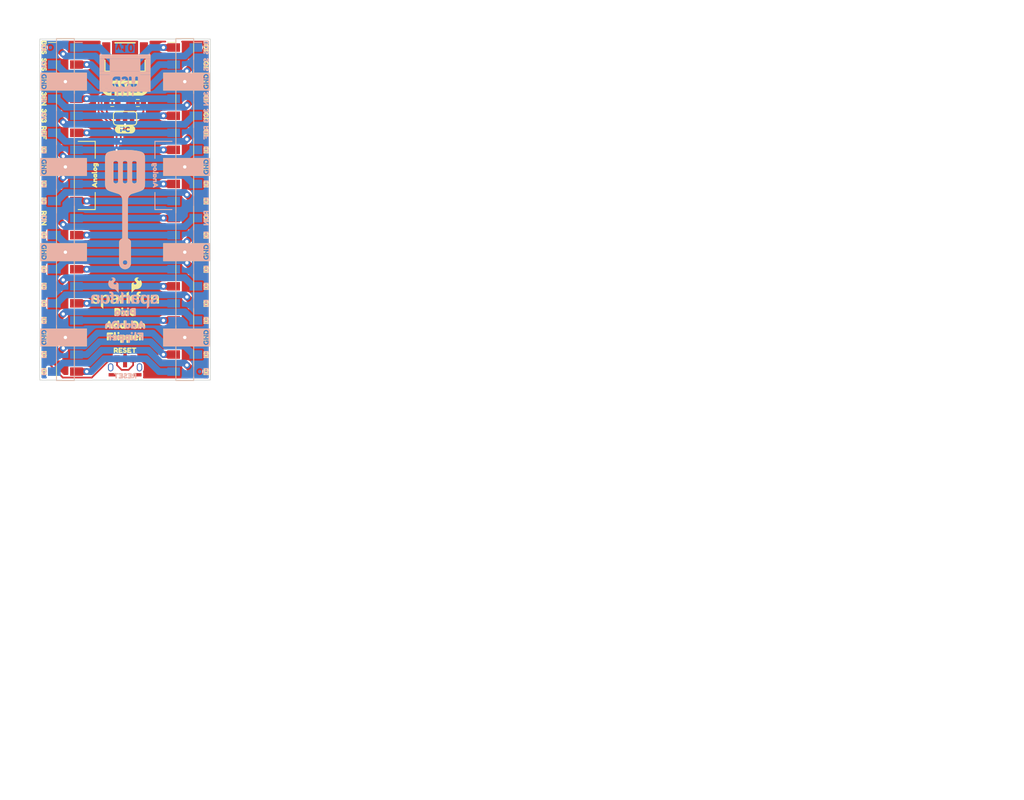
<source format=kicad_pcb>
(kicad_pcb (version 20240108) (generator "pcbnew") (generator_version "8.0")
  (title_block (title "SparkFun Pico Add-On Flipper") (date "2025-02-13") (rev "v10") (company "SparkFun Electronics") (comment 1 "Designed by: Dryw Wade"))
  (layers (0 "F.Cu" signal) (31 "B.Cu" signal) (34 "B.Paste" user) (35 "F.Paste" user) (36 "B.SilkS" user "B.Silkscreen") (37 "F.SilkS" user "F.Silkscreen") (38 "B.Mask" user) (39 "F.Mask" user) (44 "Edge.Cuts" user))
  (net 0 "")
  (net 3 "IO4{slash}SDA")
  (net 4 "IO5{slash}SCL")
  (net 5 "GND")
  (net 6 "3.3V")
  (net 7 "RUN")
  (net 8 "Net-(JP1-C)")
  (net 9 "Net-(JP1-A)")
  (net 10 "IO11")
  (net 11 "IO12")
  (net 12 "IO6")
  (net 13 "IO2")
  (net 14 "IO1")
  (net 15 "IO9")
  (net 16 "IO8")
  (net 17 "IO3")
  (net 18 "IO0")
  (net 19 "IO13")
  (net 20 "IO7")
  (net 21 "IO10")
  (net 22 "IO16")
  (net 23 "ADC_VREF")
  (net 24 "IO21")
  (net 25 "IO27")
  (net 26 "IO22")
  (net 27 "IO18")
  (net 28 "VBUS")
  (net 29 "IO17")
  (net 30 "IO20")
  (net 31 "IO26")
  (net 32 "VSYS")
  (net 33 "IO28")
  (net 34 "IO19")
  (net 35 "3V3_EN")
  (net 36 "IO14")
  (net 37 "IO15")
  (footprint "SparkFun-Aesthetic:Creative_Commons_License" (layer "F.Cu") (at 215.265 170.18)
    (property "Reference" "G3" (hide yes))
    (property "Value" "OSHW_Logo" (hide yes))
  )
  (footprint "kibuzzard-67ABBF88" (layer "F.Cu") (at 116.205 107.95 -90)
    (property "Reference" "kibuzzard-67ABBF88" (hide yes))
    (property "Value" "G***" (hide yes))
  )
  (footprint "SparkFun-Switch:Push_SMD_RA_4.5x3.4mm" (layer "F.Cu") (at 128.27 122.555 180)
    (property "Reference" "SW1")
    (property "Value" "SMD_RA_5x3mm_h3.6mm")
  )
  (footprint "kibuzzard-67AE7122" (layer "F.Cu") (at 128.27 116.205)
    (property "Reference" "kibuzzard-67AE7122" (hide yes))
    (property "Value" "G***" (hide yes))
  )
  (footprint "kibuzzard-67A3A308" (layer "F.Cu") (at 116.205 82.55 -90)
    (property "Reference" "kibuzzard-67A3A308" (hide yes))
    (property "Value" "G***" (hide yes))
  )
  (footprint "kibuzzard-67ABC17F" (layer "F.Cu") (at 140.335 92.71 90)
    (property "Reference" "kibuzzard-67ABC17F" (hide yes))
    (property "Value" "G***" (hide yes))
  )
  (footprint "kibuzzard-67ABBF88" (layer "F.Cu") (at 140.335 85.09 90)
    (property "Reference" "kibuzzard-67ABBF88" (hide yes))
    (property "Value" "G***" (hide yes))
  )
  (footprint "kibuzzard-67ABBF88" (layer "F.Cu") (at 140.335 90.17 90)
    (property "Reference" "kibuzzard-67ABBF88" (hide yes))
    (property "Value" "G***" (hide yes))
  )
  (footprint "kibuzzard-67ABBF88" (layer "F.Cu") (at 140.335 120.65 90)
    (property "Reference" "kibuzzard-67ABBF88" (hide yes))
    (property "Value" "G***" (hide yes))
  )
  (footprint "kibuzzard-67AE711B" (layer "F.Cu") (at 128.27 118.11)
    (property "Reference" "kibuzzard-67AE711B" (hide yes))
    (property "Value" "G***" (hide yes))
  )
  (footprint "kibuzzard-67ABBF88" (layer "F.Cu") (at 140.335 100.33 90)
    (property "Reference" "kibuzzard-67ABBF88" (hide yes))
    (property "Value" "G***" (hide yes))
  )
  (footprint "kibuzzard-67ABBF88" (layer "F.Cu") (at 140.335 82.55 90)
    (property "Reference" "kibuzzard-67ABBF88" (hide yes))
    (property "Value" "G***" (hide yes))
  )
  (footprint "kibuzzard-67A3A1F6" (layer "F.Cu") (at 116.205 85.09 -90)
    (property "Reference" "kibuzzard-67A3A1F6" (hide yes))
    (property "Value" "G***" (hide yes))
  )
  (footprint "kibuzzard-67ABBF88" (layer "F.Cu") (at 116.205 123.19 -90)
    (property "Reference" "kibuzzard-67ABBF88" (hide yes))
    (property "Value" "G***" (hide yes))
  )
  (footprint "SparkFun-Aesthetic:Fiducial_0.5mm_Mask1mm" (layer "F.Cu") (at 117.1575 123.19)
    (property "Reference" "FID4")
    (property "Value" "Fiducial_0.5mm")
  )
  (footprint "kibuzzard-67ABBF88" (layer "F.Cu") (at 116.205 115.57 -90)
    (property "Reference" "kibuzzard-67ABBF88" (hide yes))
    (property "Value" "G***" (hide yes))
  )
  (footprint "kibuzzard-67ABBF88" (layer "F.Cu") (at 140.335 95.25 90)
    (property "Reference" "kibuzzard-67ABBF88" (hide yes))
    (property "Value" "G***" (hide yes))
  )
  (footprint "SparkFun-Aesthetic:qwiic_7mm" (layer "F.Cu") (at 128.27 80.9625)
    (property "Reference" "G***" (hide yes))
    (property "Value" "LOGO" (hide yes))
  )
  (footprint "SparkFun-Aesthetic:Fiducial_0.5mm_Mask1mm" (layer "F.Cu") (at 139.3825 74.93)
    (property "Reference" "FID1")
    (property "Value" "Fiducial_0.5mm")
  )
  (footprint "kibuzzard-67ABBF88" (layer "F.Cu") (at 140.335 107.95 90)
    (property "Reference" "kibuzzard-67ABBF88" (hide yes))
    (property "Value" "G***" (hide yes))
  )
  (footprint "kibuzzard-67ABBF88" (layer "F.Cu") (at 140.335 97.79 90)
    (property "Reference" "kibuzzard-67ABBF88" (hide yes))
    (property "Value" "G***" (hide yes))
  )
  (footprint "kibuzzard-67ABBF88" (layer "F.Cu") (at 116.205 95.25 -90)
    (property "Reference" "kibuzzard-67ABBF88" (hide yes))
    (property "Value" "G***" (hide yes))
  )
  (footprint "kibuzzard-67ABBF88" (layer "F.Cu") (at 140.335 113.03 90)
    (property "Reference" "kibuzzard-67ABBF88" (hide yes))
    (property "Value" "G***" (hide yes))
  )
  (footprint "kibuzzard-67ABC17F" (layer "F.Cu") (at 140.335 80.01 90)
    (property "Reference" "kibuzzard-67ABC17F" (hide yes))
    (property "Value" "G***" (hide yes))
  )
  (footprint "kibuzzard-67ABC17F" (layer "F.Cu") (at 140.335 105.41 90)
    (property "Reference" "kibuzzard-67ABC17F" (hide yes))
    (property "Value" "G***" (hide yes))
  )
  (footprint "kibuzzard-67A3A2B7" (layer "F.Cu") (at 116.205 100.33 -90)
    (property "Reference" "kibuzzard-67A3A2B7" (hide yes))
    (property "Value" "G***" (hide yes))
  )
  (footprint "kibuzzard-67ABBF88" (layer "F.Cu") (at 116.205 120.65 -90)
    (property "Reference" "kibuzzard-67ABBF88" (hide yes))
    (property "Value" "G***" (hide yes))
  )
  (footprint "kibuzzard-67ABBF88" (layer "F.Cu") (at 140.335 123.19 90)
    (property "Reference" "kibuzzard-67ABBF88" (hide yes))
    (property "Value" "G***" (hide yes))
  )
  (footprint "kibuzzard-67ABC17F" (layer "F.Cu") (at 116.205 105.41 -90)
    (property "Reference" "kibuzzard-67ABC17F" (hide yes))
    (property "Value" "G***" (hide yes))
  )
  (footprint "SparkFun-Aesthetic:SparkFun_Logo_10mm" (layer "F.Cu") (at 128.27 112.395)
    (property "Reference" "G***")
    (property "Value" "LOGO" (hide yes))
  )
  (footprint "SparkFun-Jumper:Jumper_3_NC-2_Trace" (layer "F.Cu") (at 128.27 85.471 180)
    (property "Reference" "JP1")
    (property "Value" "I2C")
  )
  (footprint "kibuzzard-67ABBF88" (layer "F.Cu") (at 140.335 102.87 90)
    (property "Reference" "kibuzzard-67ABBF88" (hide yes))
    (property "Value" "G***" (hide yes))
  )
  (footprint "kibuzzard-67A3AA74" (layer "F.Cu") (at 128.27 87.122)
    (property "Reference" "kibuzzard-67A3AA74" (hide yes))
    (property "Value" "G***" (hide yes))
  )
  (footprint "kibuzzard-67ABBF88" (layer "F.Cu") (at 116.205 90.17 -90)
    (property "Reference" "kibuzzard-67ABBF88" (hide yes))
    (property "Value" "G***" (hide yes))
  )
  (footprint "kibuzzard-67ABBF88" (layer "F.Cu") (at 116.205 113.03 -90)
    (property "Reference" "kibuzzard-67ABBF88" (hide yes))
    (property "Value" "G***" (hide yes))
  )
  (footprint "SparkFun-Resistor:R_0603_1608Metric" (layer "F.Cu") (at 126.365 83.185 180)
    (property "Reference" "R1")
    (property "Value" "2.2k")
  )
  (footprint "kibuzzard-67ABBF88" (layer "F.Cu") (at 116.205 102.87 -90)
    (property "Reference" "kibuzzard-67ABBF88" (hide yes))
    (property "Value" "G***" (hide yes))
  )
  (footprint "kibuzzard-67ABC17F" (layer "F.Cu") (at 116.205 92.71 -90)
    (property "Reference" "kibuzzard-67ABC17F" (hide yes))
    (property "Value" "G***" (hide yes))
  )
  (footprint "kibuzzard-67A3A317" (layer "F.Cu") (at 116.205 74.93 -90)
    (property "Reference" "kibuzzard-67A3A317" (hide yes))
    (property "Value" "G***" (hide yes))
  )
  (footprint "kibuzzard-67ABBF88" (layer "F.Cu") (at 116.205 110.49 -90)
    (property "Reference" "kibuzzard-67ABBF88" (hide yes))
    (property "Value" "G***" (hide yes))
  )
  (footprint "kibuzzard-67ABC17F" (layer "F.Cu") (at 140.335 118.11 90)
    (property "Reference" "kibuzzard-67ABC17F" (hide yes))
    (property "Value" "G***" (hide yes))
  )
  (footprint "kibuzzard-67ABBF88" (layer "F.Cu") (at 140.335 110.49 90)
    (property "Reference" "kibuzzard-67ABBF88" (hide yes))
    (property "Value" "G***" (hide yes))
  )
  (footprint "kibuzzard-67ABB6E7" (layer "F.Cu") (at 128.27 120.015)
    (property "Reference" "kibuzzard-67ABB6E7" (hide yes))
    (property "Value" "G***" (hide yes))
  )
  (footprint "kibuzzard-67ABBF88" (layer "F.Cu") (at 140.335 77.47 90)
    (property "Reference" "kibuzzard-67ABBF88" (hide yes))
    (property "Value" "G***" (hide yes))
  )
  (footprint "kibuzzard-67AE6710" (layer "F.Cu") (at 123.825 93.98 90)
    (property "Reference" "kibuzzard-67AE6710" (hide yes))
    (property "Value" "G***" (hide yes))
  )
  (footprint "kibuzzard-67ABBF88" (layer "F.Cu") (at 140.335 115.57 90)
    (property "Reference" "kibuzzard-67ABBF88" (hide yes))
    (property "Value" "G***" (hide yes))
  )
  (footprint "kibuzzard-67A3A2E9" (layer "F.Cu") (at 116.205 87.63 -90)
    (property "Reference" "kibuzzard-67A3A2E9" (hide yes))
    (property "Value" "G***" (hide yes))
  )
  (footprint "kibuzzard-67ABC17F" (layer "F.Cu") (at 116.205 80.01 -90)
    (property "Reference" "kibuzzard-67ABC17F" (hide yes))
    (property "Value" "G***" (hide yes))
  )
  (footprint "kibuzzard-67A3A314" (layer "F.Cu") (at 116.205 77.47 -90)
    (property "Reference" "kibuzzard-67A3A314" (hide yes))
    (property "Value" "G***" (hide yes))
  )
  (footprint "kibuzzard-67ABBF88" (layer "F.Cu") (at 140.335 87.63 90)
    (property "Reference" "kibuzzard-67ABBF88" (hide yes))
    (property "Value" "G***" (hide yes))
  )
  (footprint "kibuzzard-67ABC17F" (layer "F.Cu") (at 116.205 118.11 -90)
    (property "Reference" "kibuzzard-67ABC17F" (hide yes))
    (property "Value" "G***" (hide yes))
  )
  (footprint "SparkFun-Connector:1x20_SMD_Pin1RightUp" (layer "F.Cu") (at 137.16 99.06 90)
    (property "Reference" "J3" (hide yes))
    (property "Value" "Conn_01x20")
  )
  (footprint "SparkFun-Connector:JST_SMD_1.0mm-4_Black" (layer "F.Cu") (at 128.27 78.824 180)
    (property "Reference" "J5")
    (property "Value" "Qwiic_RA")
  )
  (footprint "SparkFun-Resistor:R_0603_1608Metric" (layer "F.Cu") (at 130.175 83.185)
    (property "Reference" "R2")
    (property "Value" "2.2k")
  )
  (footprint "SparkFun-Connector:1x20_SMD_Pin1RightUp" (layer "F.Cu") (at 119.38 99.06 90)
    (property "Reference" "J4" (hide yes))
    (property "Value" "Conn_01x20")
  )
  (footprint "kibuzzard-67ABBF88" (layer "F.Cu") (at 140.335 74.93 90)
    (property "Reference" "kibuzzard-67ABBF88" (hide yes))
    (property "Value" "G***" (hide yes))
  )
  (footprint "kibuzzard-67AE7131" (layer "F.Cu") (at 128.27 114.3)
    (property "Reference" "kibuzzard-67AE7131" (hide yes))
    (property "Value" "G***" (hide yes))
  )
  (footprint "kibuzzard-67ABBF88" (layer "F.Cu") (at 116.205 97.79 -90)
    (property "Reference" "kibuzzard-67ABBF88" (hide yes))
    (property "Value" "G***" (hide yes))
  )
  (footprint "kibuzzard-67ABBF88" (layer "B.Cu") (at 140.335 107.95 -90)
    (property "Reference" "kibuzzard-67ABBF88" (hide yes))
    (property "Value" "G***" (hide yes))
  )
  (footprint "kibuzzard-67ABBF88" (layer "B.Cu") (at 116.205 102.87 90)
    (property "Reference" "kibuzzard-67ABBF88" (hide yes))
    (property "Value" "G***" (hide yes))
  )
  (footprint "kibuzzard-67A3A314" (layer "B.Cu") (at 140.335 77.47 -90)
    (property "Reference" "kibuzzard-67A3A314" (hide yes))
    (property "Value" "G***" (hide yes))
  )
  (footprint "SparkFun-Aesthetic:Fiducial_0.5mm_Mask1mm" (layer "B.Cu") (at 117.1575 74.93 180)
    (property "Reference" "FID3")
    (property "Value" "Fiducial_0.5mm")
  )
  (footprint "kibuzzard-67ABBF88" (layer "B.Cu") (at 116.205 74.93 90)
    (property "Reference" "kibuzzard-67ABBF88" (hide yes))
    (property "Value" "G***" (hide yes))
  )
  (footprint "kibuzzard-67ABBF88" (layer "B.Cu") (at 140.335 113.03 -90)
    (property "Reference" "kibuzzard-67ABBF88" (hide yes))
    (property "Value" "G***" (hide yes))
  )
  (footprint "kibuzzard-67ABBF88" (layer "B.Cu") (at 140.335 110.49 -90)
    (property "Reference" "kibuzzard-67ABBF88" (hide yes))
    (property "Value" "G***" (hide yes))
  )
  (footprint "kibuzzard-67A3A317" (layer "B.Cu") (at 140.335 74.93 -90)
    (property "Reference" "kibuzzard-67A3A317" (hide yes))
    (property "Value" "G***" (hide yes))
  )
  (footprint "kibuzzard-67ABBF88" (layer "B.Cu") (at 116.205 82.55 90)
    (property "Reference" "kibuzzard-67ABBF88" (hide yes))
    (property "Value" "G***" (hide yes))
  )
  (footprint "kibuzzard-67ABC17F" (layer "B.Cu") (at 140.335 105.41 -90)
    (property "Reference" "kibuzzard-67ABC17F" (hide yes))
    (property "Value" "G***" (hide yes))
  )
  (footprint "kibuzzard-67ABBF88" (layer "B.Cu") (at 140.335 102.87 -90)
    (property "Reference" "kibuzzard-67ABBF88" (hide yes))
    (property "Value" "G***" (hide yes))
  )
  (footprint "SparkFun-Aesthetic:Fiducial_0.5mm_Mask1mm" (layer "B.Cu") (at 139.3825 123.19 180)
    (property "Reference" "FID2")
    (property "Value" "Fiducial_0.5mm")
  )
  (footprint "SparkFun-Connector:1x20_SMD_Pin1RightUp" (layer "B.Cu") (at 119.38 99.06 90)
    (property "Reference" "J1" (hide yes))
    (property "Value" "Conn_01x20")
  )
  (footprint "kibuzzard-67ABBF88" (layer "B.Cu") (at 140.335 123.19 -90)
    (property "Reference" "kibuzzard-67ABBF88" (hide yes))
    (property "Value" "G***" (hide yes))
  )
  (footprint "kibuzzard-67ABC17F" (layer "B.Cu") (at 140.335 118.11 -90)
    (property "Reference" "kibuzzard-67ABC17F" (hide yes))
    (property "Value" "G***" (hide yes))
  )
  (footprint "kibuzzard-67ABBF88" (layer "B.Cu") (at 116.205 95.25 90)
    (property "Reference" "kibuzzard-67ABBF88" (hide yes))
    (property "Value" "G***" (hide yes))
  )
  (footprint "kibuzzard-67ABB7DF" (layer "B.Cu") (at 128.27 80.01 180)
    (property "Reference" "kibuzzard-67ABB7DF" (hide yes))
    (property "Value" "G***" (hide yes))
  )
  (footprint "kibuzzard-67ABBF88" (layer "B.Cu") (at 116.205 113.03 90)
    (property "Reference" "kibuzzard-67ABBF88" (hide yes))
    (property "Value" "G***" (hide yes))
  )
  (footprint "kibuzzard-67ABBF88" (layer "B.Cu") (at 116.205 77.47 90)
    (property "Reference" "kibuzzard-67ABBF88" (hide yes))
    (property "Value" "G***" (hide yes))
  )
  (footprint "kibuzzard-67A3A1F6" (layer "B.Cu") (at 140.335 85.09 -90)
    (property "Reference" "kibuzzard-67A3A1F6" (hide yes))
    (property "Value" "G***" (hide yes))
  )
  (footprint "SparkFun-Connector:1x20_SMD_Pin1RightUp" (layer "B.Cu") (at 137.16 99.06 90)
    (property "Reference" "J2" (hide yes))
    (property "Value" "Conn_01x20")
  )
  (footprint "kibuzzard-67ABBF88" (layer "B.Cu") (at 140.335 95.25 -90)
    (property "Reference" "kibuzzard-67ABBF88" (hide yes))
    (property "Value" "G***" (hide yes))
  )
  (footprint "kibuzzard-67ABC17F" (layer "B.Cu") (at 116.205 118.11 90)
    (property "Reference" "kibuzzard-67ABC17F" (hide yes))
    (property "Value" "G***" (hide yes))
  )
  (footprint "kibuzzard-67ABBF88" (layer "B.Cu") (at 116.205 97.79 90)
    (property "Reference" "kibuzzard-67ABBF88" (hide yes))
    (property "Value" "G***" (hide yes))
  )
  (footprint "kibuzzard-67ABBF88" (layer "B.Cu") (at 116.205 90.17 90)
    (property "Reference" "kibuzzard-67ABBF88" (hide yes))
    (property "Value" "G***" (hide yes))
  )
  (footprint "kibuzzard-67ABC17F" (layer "B.Cu") (at 116.205 105.41 90)
    (property "Reference" "kibuzzard-67ABC17F" (hide yes))
    (property "Value" "G***" (hide yes))
  )
  (footprint "kibuzzard-67ABC17F" (layer "B.Cu") (at 140.335 92.71 -90)
    (property "Reference" "kibuzzard-67ABC17F" (hide yes))
    (property "Value" "G***" (hide yes))
  )
  (footprint "kibuzzard-67ABBF88" (layer "B.Cu") (at 140.335 97.79 -90)
    (property "Reference" "kibuzzard-67ABBF88" (hide yes))
    (property "Value" "G***" (hide yes))
  )
  (footprint "kibuzzard-67ABBF88" (layer "B.Cu") (at 116.205 110.49 90)
    (property "Reference" "kibuzzard-67ABBF88" (hide yes))
    (property "Value" "G***" (hide yes))
  )
  (footprint "kibuzzard-67ABBF88" (layer "B.Cu") (at 140.335 90.17 -90)
    (property "Reference" "kibuzzard-67ABBF88" (hide yes))
    (property "Value" "G***" (hide yes))
  )
  (footprint "kibuzzard-67A3A2B7" (layer "B.Cu") (at 140.335 100.33 -90)
    (property "Reference" "kibuzzard-67A3A2B7" (hide yes))
    (property "Value" "G***" (hide yes))
  )
  (footprint "kibuzzard-67ABBF88" (layer "B.Cu") (at 140.335 115.57 -90)
    (property "Reference" "kibuzzard-67ABBF88" (hide yes))
    (property "Value" "G***" (hide yes))
  )
  (footprint "kibuzzard-67ABBF88" (layer "B.Cu") (at 116.205 115.57 90)
    (property "Reference" "kibuzzard-67ABBF88" (hide yes))
    (property "Value" "G***" (hide yes))
  )
  (footprint "kibuzzard-67ABBF88" (layer "B.Cu") (at 116.205 123.19 90)
    (property "Reference" "kibuzzard-67ABBF88" (hide yes))
    (property "Value" "G***" (hide yes))
  )
  (footprint "kibuzzard-67ABBF88" (layer "B.Cu") (at 116.205 100.33 90)
    (property "Reference" "kibuzzard-67ABBF88" (hide yes))
    (property "Value" "G***" (hide yes))
  )
  (footprint "kibuzzard-67AE7131" (layer "B.Cu") (at 128.28545 114.3 180)
    (property "Reference" "kibuzzard-67AE7131" (hide yes))
    (property "Value" "G***" (hide yes))
  )
  (footprint "kibuzzard-67A3A2E9" (layer "B.Cu") (at 140.335 87.63 -90)
    (property "Reference" "kibuzzard-67A3A2E9" (hide yes))
    (property "Value" "G***" (hide yes))
  )
  (footprint "kibuzzard-67ABBF88" (layer "B.Cu") (at 116.205 85.09 90)
    (property "Reference" "kibuzzard-67ABBF88" (hide yes))
    (property "Value" "G***" (hide yes))
  )
  (footprint "kibuzzard-67AE7122" (layer "B.Cu") (at 128.28545 116.205 180)
    (property "Reference" "kibuzzard-67AE7122" (hide yes))
    (property "Value" "G***" (hide yes))
  )
  (footprint "kibuzzard-67AE6710" (layer "B.Cu") (at 132.715 93.98 90)
    (property "Reference" "kibuzzard-67AE6710" (hide yes))
    (property "Value" "G***" (hide yes))
  )
  (footprint "SparkFun-Aesthetic:SparkFun_Logo_10mm" (layer "B.Cu") (at 128.27 112.395 180)
    (property "Reference" "G***")
    (property "Value" "LOGO" (hide yes))
  )
  (footprint "kibuzzard-67ABB6E7" (layer "B.Cu") (at 128.27 123.825 180)
    (property "Reference" "kibuzzard-67ABB6E7" (hide yes))
    (property "Value" "G***" (hide yes))
  )
  (footprint "kibuzzard-67ABBF88" (layer "B.Cu") (at 116.205 87.63 90)
    (property "Reference" "kibuzzard-67ABBF88" (hide yes))
    (property "Value" "G***" (hide yes))
  )
  (footprint "kibuzzard-67AE711B" (layer "B.Cu") (at 128.28545 118.11 180)
    (property "Reference" "kibuzzard-67AE711B" (hide yes))
    (property "Value" "G***" (hide yes))
  )
  (footprint "kibuzzard-67ABC17F" (layer "B.Cu") (at 116.205 92.71 90)
    (property "Reference" "kibuzzard-67ABC17F" (hide yes))
    (property "Value" "G***" (hide yes))
  )
  (footprint "kibuzzard-67ABBF88" (layer "B.Cu") (at 140.335 120.65 -90)
    (property "Reference" "kibuzzard-67ABBF88" (hide yes))
    (property "Value" "G***" (hide yes))
  )
  (footprint "kibuzzard-67A3A308" (layer "B.Cu") (at 140.335 82.55 -90)
    (property "Reference" "kibuzzard-67A3A308" (hide yes))
    (property "Value" "G***" (hide yes))
  )
  (footprint "kibuzzard-67ABC17F" (layer "B.Cu") (at 116.205 80.01 90)
    (property "Reference" "kibuzzard-67ABC17F" (hide yes))
    (property "Value" "G***" (hide yes))
  )
  (footprint "kibuzzard-67ABC17F" (layer "B.Cu") (at 140.335 80.01 -90)
    (property "Reference" "kibuzzard-67ABC17F" (hide yes))
    (property "Value" "G***" (hide yes))
  )
  (footprint "kibuzzard-67ABBF88" (layer "B.Cu") (at 116.205 120.65 90)
    (property "Reference" "kibuzzard-67ABBF88" (hide yes))
    (property "Value" "G***" (hide yes))
  )
  (footprint "kibuzzard-67ABBF88" (layer "B.Cu") (at 116.205 107.95 90)
    (property "Reference" "kibuzzard-67ABBF88" (hide yes))
    (property "Value" "G***" (hide yes))
  )
  (gr_poly (pts (xy 127.789154 90.189568) (xy 127.318521 90.216107) (xy 126.865597 90.260271) (xy 126.648519 90.288955) (xy 126.439158 90.322037) (xy 126.292321 90.348668) (xy 126.156571 90.376855) (xy 126.031684 90.40758) (xy 125.917439 90.441826) (xy 125.813613 90.480573) (xy 125.765538 90.501942) (xy 125.719984 90.524805) (xy 125.676923 90.549285) (xy 125.636328 90.575504) (xy 125.59817 90.603585) (xy 125.562423 90.633651) (xy 125.529058 90.665825) (xy 125.498046 90.70023) (xy 125.469362 90.736987) (xy 125.442976 90.776221) (xy 125.418861 90.818054) (xy 125.396988 90.862608) (xy 125.377331 90.910006) (xy 125.359862 90.960372) (xy 125.344551 91.013827) (xy 125.331373 91.070495) (xy 125.320298 91.130499) (xy 125.311299 91.19396) (xy 125.304348 91.261003) (xy 125.299418 91.331749) (xy 125.295507 91.484844) (xy 125.295507 95.042443) (xy 125.297213 95.202254) (xy 125.3029 95.347092) (xy 125.313419 95.47805) (xy 125.329623 95.596219) (xy 125.340124 95.650849) (xy 125.352365 95.702691) (xy 125.366454 95.751882) (xy 125.382498 95.798557) (xy 125.400601 95.842855) (xy 125.420873 95.88491) (xy 125.443417 95.924859) (xy 125.468342 95.962839) (xy 125.495754 95.998987) (xy 125.52576 96.033438) (xy 125.558465 96.066329) (xy 125.593977 96.097797) (xy 125.632402 96.127978) (xy 125.673847 96.157009) (xy 125.718418 96.185026) (xy 125.766221 96.212165) (xy 125.871953 96.264356) (xy 125.991895 96.314674) (xy 126.126898 96.36421) (xy 126.277817 96.414057) (xy 127.240543 96.718861) (xy 127.277116 96.731433) (xy 127.312675 96.745648) (xy 127.34721 96.761454) (xy 127.380713 96.778799) (xy 127.413173 96.797631) (xy 127.44458 96.817898) (xy 127.474926 96.839548) (xy 127.5042 96.862529) (xy 127.532392 96.886789) (xy 127.559494 96.912276) (xy 127.585495 96.938938) (xy 127.610386 96.966722) (xy 127.634157 96.995578) (xy 127.656798 97.025453) (xy 127.6783 97.056295) (xy 127.698653 97.088052) (xy 127.717847 97.120672) (xy 127.735873 97.154103) (xy 127.752721 97.188293) (xy 127.768381 97.22319) (xy 127.782845 97.258742) (xy 127.796101 97.294898) (xy 127.80814 97.331604) (xy 127.818954 97.368809) (xy 127.828531 97.406462) (xy 127.836863 97.44451) (xy 127.843939 97.482901) (xy 127.849751 97.521583) (xy 127.854287 97.560504) (xy 127.85754 97.599612) (xy 127.859499 97.638856) (xy 127.860154 97.678182) (xy 127.860154 103.383877) (xy 127.811375 103.40209) (xy 127.764306 103.422483) (xy 127.719145 103.445052) (xy 127.676091 103.469793) (xy 127.635341 103.496699) (xy 127.597094 103.525767) (xy 127.561549 103.556992) (xy 127.528904 103.59037) (xy 127.51373 103.607864) (xy 127.499356 103.625895) (xy 127.485806 103.644461) (xy 127.473105 103.663563) (xy 127.461278 103.683199) (xy 127.450349 103.703369) (xy 127.440343 103.724072) (xy 127.431285 103.745309) (xy 127.4232 103.767077) (xy 127.416112 103.789378) (xy 127.410047 103.812209) (xy 127.405029 103.83557) (xy 127.401083 103.859462) (xy 127.398234 103.883883) (xy 127.396506 103.908833) (xy 127.395925 103.93431) (xy 127.396139 103.934098) (xy 127.396139 107.065568) (xy 127.397281 107.110361) (xy 127.400671 107.154584) (xy 127.406253 107.198184) (xy 127.41397 107.241103) (xy 127.423768 107.283285) (xy 127.435589 107.324675) (xy 127.449378 107.365217) (xy 127.465079 107.404854) (xy 127.482636 107.443531) (xy 127.501994 107.481191) (xy 127.523096 107.517779) (xy 127.545886 107.553239) (xy 127.570308 107.587515) (xy 127.596307 107.620551) (xy 127.623827 107.65229) (xy 127.652811 107.682678) (xy 127.683203 107.711657) (xy 127.714949 107.739173) (xy 127.747991 107.765168) (xy 127.782275 107.789587) (xy 127.817743 107.812375) (xy 127.85434 107.833474) (xy 127.892011 107.85283) (xy 127.930698 107.870386) (xy 127.970347 107.886086) (xy 128.010901 107.899874) (xy 128.052305 107.911695) (xy 128.094502 107.921492) (xy 128.137436 107.929209) (xy 128.181053 107.93479) (xy 128.225295 107.93818) (xy 128.270106 107.939323) (xy 128.314899 107.93818) (xy 128.359122 107.93479) (xy 128.402722 107.929209) (xy 128.44564 107.921492) (xy 128.487823 107.911695) (xy 128.529213 107.899874) (xy 128.569754 107.886086) (xy 128.609391 107.870386) (xy 128.648068 107.85283) (xy 128.685729 107.833474) (xy 128.722317 107.812375) (xy 128.757777 107.789587) (xy 128.792053 107.765168) (xy 128.825089 107.739173) (xy 128.856828 107.711657) (xy 128.887216 107.682678) (xy 128.916195 107.65229) (xy 128.943711 107.620551) (xy 128.969706 107.587515) (xy 128.994125 107.553239) (xy 129.016913 107.517779) (xy 129.038012 107.481191) (xy 129.057368 107.443531) (xy 129.074924 107.404854) (xy 129.090624 107.365217) (xy 129.104413 107.324675) (xy 129.116233 107.283285) (xy 129.12603 107.241103) (xy 129.133747 107.198184) (xy 129.139329 107.154584) (xy 129.142719 107.110361) (xy 129.143861 107.065568) (xy 129.143861 106.943818) (xy 128.612584 106.943818) (xy 128.612138 106.96143) (xy 128.610814 106.97881) (xy 128.608635 106.995938) (xy 128.605621 107.012792) (xy 128.601794 107.02935) (xy 128.597176 107.045592) (xy 128.591788 107.061494) (xy 128.585652 107.077037) (xy 128.578789 107.092197) (xy 128.571222 107.106955) (xy 128.562971 107.121288) (xy 128.554059 107.135175) (xy 128.544507 107.148594) (xy 128.534336 107.161524) (xy 128.523568 107.173943) (xy 128.512225 107.18583) (xy 128.500328 107.197164) (xy 128.487899 107.207922) (xy 128.474959 107.218083) (xy 128.46153 107.227626) (xy 128.447634 107.236529) (xy 128.433293 107.244771) (xy 128.418527 107.25233) (xy 128.403358 107.259184) (xy 128.387808 107.265313) (xy 128.371899 107.270695) (xy 128.355652 107.275307) (xy 128.339089 107.279129) (xy 128.322231 107.282139) (xy 128.305101 107.284316) (xy 128.287718 107.285638) (xy 128.270106 107.286083) (xy 128.252475 107.285638) (xy 128.235077 107.284316) (xy 128.217932 107.282139) (xy 128.201062 107.279129) (xy 128.184489 107.275307) (xy 128.168234 107.270695) (xy 128.152319 107.265313) (xy 128.136765 107.259184) (xy 128.121593 107.25233) (xy 128.106826 107.244771) (xy 128.092484 107.236529) (xy 128.078589 107.227626) (xy 128.065162 107.218083) (xy 128.052225 107.207922) (xy 128.0398 107.197164) (xy 128.027908 107.18583) (xy 128.01657 107.173943) (xy 128.005808 107.161524) (xy 127.995643 107.148594) (xy 127.986097 107.135175) (xy 127.977192 107.121288) (xy 127.968948 107.106955) (xy 127.961387 107.092197) (xy 127.954531 107.077037) (xy 127.948401 107.061494) (xy 127.943019 107.045592) (xy 127.938406 107.02935) (xy 127.934583 107.012792) (xy 127.931573 106.995938) (xy 127.929396 106.97881) (xy 127.928074 106.96143) (xy 127.927628 106.943818) (xy 127.928074 106.926187) (xy 127.929396 106.908789) (xy 127.931573 106.891644) (xy 127.934583 106.874774) (xy 127.938406 106.858201) (xy 127.943019 106.841946) (xy 127.948401 106.82603) (xy 127.954531 106.810476) (xy 127.961387 106.795305) (xy 127.968948 106.780537) (xy 127.977192 106.766195) (xy 127.986097 106.7523) (xy 127.995643 106.738873) (xy 128.005808 106.725937) (xy 128.01657 106.713511) (xy 128.027908 106.701619) (xy 128.0398 106.690281) (xy 128.052225 106.679519) (xy 128.065162 106.669354) (xy 128.078589 106.659808) (xy 128.092484 106.650902) (xy 128.106826 106.642658) (xy 128.121593 106.635098) (xy 128.136765 106.628242) (xy 128.152319 106.622112) (xy 128.168234 106.61673) (xy 128.184489 106.612116) (xy 128.201062 106.608294) (xy 128.217932 106.605283) (xy 128.235077 106.603107) (xy 128.252475 106.601785) (xy 128.270106 106.601339) (xy 128.287718 106.601785) (xy 128.305101 106.603107) (xy 128.322231 106.605283) (xy 128.339089 106.608294) (xy 128.355652 106.612116) (xy 128.371899 106.61673) (xy 128.387808 106.622112) (xy 128.403358 106.628242) (xy 128.418526 106.635098) (xy 128.433292 106.642658) (xy 128.447634 106.650902) (xy 128.46153 106.659808) (xy 128.474959 106.669354) (xy 128.487898 106.679519) (xy 128.500328 106.690281) (xy 128.512225 106.701619) (xy 128.523568 106.713511) (xy 128.534336 106.725937) (xy 128.544507 106.738873) (xy 128.554059 106.7523) (xy 128.562971 106.766195) (xy 128.571222 106.780537) (xy 128.578789 106.795305) (xy 128.585652 106.810476) (xy 128.591788 106.82603) (xy 128.597175 106.841946) (xy 128.601794 106.858201) (xy 128.605621 106.874774) (xy 128.608635 106.891644) (xy 128.610814 106.908789) (xy 128.612138 106.926187) (xy 128.612584 106.943818) (xy 129.143861 106.943818) (xy 129.143861 103.946018) (xy 129.143281 103.919393) (xy 129.141555 103.893354) (xy 129.138708 103.867901) (xy 129.134766 103.843034) (xy 129.129753 103.81875) (xy 129.123694 103.795051) (xy 129.116613 103.771934) (xy 129.108535 103.7494) (xy 129.099485 103.727447) (xy 129.089487 103.706075) (xy 129.078567 103.685283) (xy 129.066748 103.665071) (xy 129.054057 103.645436) (xy 129.040516 103.62638) (xy 129.026152 103.607901) (xy 129.010989 103.589998) (xy 128.978363 103.555917) (xy 128.942837 103.524134) (xy 128.904609 103.49464) (xy 128.863875 103.467431) (xy 128.820834 103.442501) (xy 128.775684 103.419844) (xy 128.728622 103.399453) (xy 128.679845 103.381323) (xy 128.679845 97.678182) (xy 128.682459 97.599612) (xy 128.690248 97.521583) (xy 128.703136 97.44451) (xy 128.721045 97.368809) (xy 128.743898 97.294898) (xy 128.771617 97.22319) (xy 128.804126 97.154103) (xy 128.841346 97.088052) (xy 128.883201 97.025453) (xy 128.929613 96.966722) (xy 128.980505 96.912276) (xy 129.035799 96.862529) (xy 129.065073 96.839548) (xy 129.095419 96.817898) (xy 129.126827 96.797631) (xy 129.159286 96.778799) (xy 129.192789 96.761454) (xy 129.227324 96.745648) (xy 129.262883 96.731433) (xy 129.299456 96.718861) (xy 130.262183 96.414057) (xy 130.413101 96.364208) (xy 130.548104 96.314665) (xy 130.668046 96.264337) (xy 130.722635 96.238539) (xy 130.773778 96.212135) (xy 130.821581 96.184989) (xy 130.866152 96.156966) (xy 130.907597 96.127929) (xy 130.946022 96.097741) (xy 130.981534 96.066267) (xy 131.014239 96.033369) (xy 131.044245 95.998912) (xy 131.071657 95.962759) (xy 131.096582 95.924774) (xy 131.119127 95.884821) (xy 131.139398 95.842763) (xy 131.157501 95.798464) (xy 131.173545 95.751787) (xy 131.187634 95.702597) (xy 131.199875 95.650756) (xy 131.210376 95.596129) (xy 131.22658 95.477971) (xy 131.2371 95.347031) (xy 131.242786 95.202218) (xy 131.244492 95.042443) (xy 131.244492 92.075721) (xy 130.001653 92.075721) (xy 130.001653 94.886425) (xy 130.001202 94.900909) (xy 129.999867 94.915215) (xy 129.997668 94.929324) (xy 129.994629 94.943219) (xy 129.990771 94.956881) (xy 129.986118 94.970291) (xy 129.980691 94.983431) (xy 129.974514 94.996282) (xy 129.967608 95.008827) (xy 129.959997 95.021047) (xy 129.951702 95.032923) (xy 129.942746 95.044437) (xy 129.933151 95.05557) (xy 129.922941 95.066305) (xy 129.912137 95.076623) (xy 129.900761 95.086505) (xy 129.888914 95.095893) (xy 129.876536 95.104809) (xy 129.863649 95.113234) (xy 129.850275 95.12115) (xy 129.836438 95.128538) (xy 129.822159 95.13538) (xy 129.807461 95.141658) (xy 129.792366 95.147354) (xy 129.776898 95.152448) (xy 129.761077 95.156922) (xy 129.744928 95.160759) (xy 129.728471 95.163939) (xy 129.71173 95.166445) (xy 129.694728 95.168257) (xy 129.677485 95.169358) (xy 129.660026 95.169729) (xy 129.642569 95.169358) (xy 129.625333 95.168258) (xy 129.60834 95.166446) (xy 129.591611 95.163943) (xy 129.575168 95.160765) (xy 129.559031 95.156934) (xy 129.543223 95.152466) (xy 129.527766 95.14738) (xy 129.51268 95.141696) (xy 129.497987 95.135432) (xy 129.483709 95.128607) (xy 129.469867 95.12124) (xy 129.456483 95.113348) (xy 129.443578 95.104951) (xy 129.431173 95.096069) (xy 129.419291 95.086718) (xy 129.407881 95.076836) (xy 129.39705 95.066518) (xy 129.386822 95.055783) (xy 129.377216 95.04465) (xy 129.368256 95.033136) (xy 129.359962 95.02126) (xy 129.352355 95.00904) (xy 129.345458 94.996495) (xy 129.339292 94.983644) (xy 129.333878 94.970504) (xy 129.329238 94.957094) (xy 129.325394 94.943432) (xy 129.322366 94.929537) (xy 129.320177 94.915428) (xy 129.318847 94.901122) (xy 129.3184 94.886637) (xy 129.3184 92.075934) (xy 128.611733 92.075934) (xy 128.611733 94.886637) (xy 128.611282 94.901122) (xy 128.609947 94.915428) (xy 128.607748 94.929537) (xy 128.604709 94.943432) (xy 128.600851 94.957094) (xy 128.596198 94.970504) (xy 128.590771 94.983644) (xy 128.584594 94.996495) (xy 128.577689 95.00904) (xy 128.570077 95.02126) (xy 128.561782 95.033136) (xy 128.552826 95.04465) (xy 128.543232 95.055783) (xy 128.533021 95.066518) (xy 128.522217 95.076836) (xy 128.510841 95.086718) (xy 128.498959 95.096106) (xy 128.486555 95.105022) (xy 128.47365 95.113447) (xy 128.460266 95.121363) (xy 128.446424 95.128751) (xy 128.432145 95.135593) (xy 128.417453 95.141871) (xy 128.402367 95.147567) (xy 128.386909 95.152661) (xy 128.371101 95.157135) (xy 128.354965 95.160972) (xy 128.338521 95.164152) (xy 128.321792 95.166658) (xy 128.304799 95.168471) (xy 128.287563 95.169572) (xy 128.270106 95.169943) (xy 128.252649 95.169572) (xy 128.235414 95.168471) (xy 128.21842 95.166658) (xy 128.201691 95.164152) (xy 128.185248 95.160972) (xy 128.169111 95.157135) (xy 128.153303 95.152661) (xy 128.137846 95.147567) (xy 128.12276 95.141871) (xy 128.108067 95.135593) (xy 128.093789 95.128751) (xy 128.079947 95.121363) (xy 128.066563 95.113447) (xy 128.053658 95.105022) (xy 128.041253 95.096106) (xy 128.029371 95.086718) (xy 128.017996 95.076836) (xy 128.007192 95.066518) (xy 127.996981 95.055783) (xy 127.987386 95.04465) (xy 127.97843 95.033136) (xy 127.970135 95.02126) (xy 127.962524 95.00904) (xy 127.955618 94.996495) (xy 127.949441 94.983644) (xy 127.944014 94.970504) (xy 127.939361 94.957094) (xy 127.935504 94.943432) (xy 127.932464 94.929537) (xy 127.930265 94.915428) (xy 127.92893 94.901122) (xy 127.92848 94.886637) (xy 127.92848 92.076148) (xy 127.2216 92.076148) (xy 127.2216 94.886851) (xy 127.221155 94.901372) (xy 127.219833 94.915711) (xy 127.217656 94.929848) (xy 127.214646 94.943765) (xy 127.210824 94.957444) (xy 127.206211 94.970866) (xy 127.20083 94.984014) (xy 127.194701 94.996868) (xy 127.187846 95.00941) (xy 127.180287 95.021622) (xy 127.172046 95.033486) (xy 127.163142 95.044982) (xy 127.1536 95.056093) (xy 127.143438 95.066801) (xy 127.13268 95.077086) (xy 127.121347 95.086931) (xy 127.120709 95.086931) (xy 127.108862 95.096281) (xy 127.096483 95.105164) (xy 127.083596 95.113561) (xy 127.070223 95.121452) (xy 127.056385 95.12882) (xy 127.042107 95.135645) (xy 127.027409 95.141909) (xy 127.012314 95.147593) (xy 126.996845 95.152679) (xy 126.981025 95.157147) (xy 126.964875 95.160979) (xy 126.948419 95.164156) (xy 126.931678 95.16666) (xy 126.914675 95.168471) (xy 126.897433 95.169572) (xy 126.879974 95.169943) (xy 126.862552 95.169572) (xy 126.845342 95.168471) (xy 126.828367 95.166658) (xy 126.811648 95.164152) (xy 126.795209 95.160972) (xy 126.779072 95.157135) (xy 126.763259 95.152661) (xy 126.747793 95.147567) (xy 126.732696 95.141871) (xy 126.71799 95.135593) (xy 126.703699 95.128751) (xy 126.689844 95.121363) (xy 126.676448 95.113447) (xy 126.663534 95.105022) (xy 126.651123 95.096106) (xy 126.639239 95.086718) (xy 126.627863 95.076836) (xy 126.617059 95.066518) (xy 126.606848 95.055783) (xy 126.597254 95.04465) (xy 126.588298 95.033136) (xy 126.580003 95.02126) (xy 126.572391 95.00904) (xy 126.565486 94.996495) (xy 126.559308 94.983644) (xy 126.553882 94.970504) (xy 126.549229 94.957094) (xy 126.545371 94.943432) (xy 126.542332 94.929537) (xy 126.540133 94.915428) (xy 126.538797 94.901122) (xy 126.538347 94.886637) (xy 126.538347 92.075934) (xy 126.538797 92.061415) (xy 126.540133 92.047083) (xy 126.542332 92.032955) (xy 126.545371 92.01905) (xy 126.549229 92.005384) (xy 126.553882 91.991974) (xy 126.559308 91.97884) (xy 126.565486 91.965997) (xy 126.572391 91.953463) (xy 126.580003 91.941256) (xy 126.588298 91.929393) (xy 126.597254 91.917892) (xy 126.606848 91.90677) (xy 126.617059 91.896045) (xy 126.627863 91.885734) (xy 126.639239 91.875854) (xy 126.651086 91.866468) (xy 126.663464 91.857559) (xy 126.676351 91.849145) (xy 126.689724 91.841242) (xy 126.703562 91.83387) (xy 126.717841 91.827046) (xy 126.732539 91.820787) (xy 126.747633 91.815112) (xy 126.763102 91.810037) (xy 126.778923 91.805582) (xy 126.795072 91.801763) (xy 126.811529 91.798599) (xy 126.82827 91.796107) (xy 126.845272 91.794305) (xy 126.862514 91.793211) (xy 126.879974 91.792842) (xy 126.879974 91.793055) (xy 126.897431 91.793424) (xy 126.914666 91.794518) (xy 126.93166 91.79632) (xy 126.948389 91.798812) (xy 126.964832 91.801976) (xy 126.980969 91.805795) (xy 126.996776 91.81025) (xy 127.012234 91.815325) (xy 127.02732 91.821) (xy 127.042013 91.827259) (xy 127.056291 91.834083) (xy 127.070133 91.841455) (xy 127.083517 91.849358) (xy 127.096422 91.857772) (xy 127.108827 91.866681) (xy 127.120709 91.876067) (xy 127.132084 91.885914) (xy 127.142888 91.896206) (xy 127.153099 91.906923) (xy 127.162693 91.918045) (xy 127.171649 91.929555) (xy 127.179944 91.941432) (xy 127.187556 91.953656) (xy 127.194462 91.96621) (xy 127.200639 91.979072) (xy 127.206065 91.992225) (xy 127.210718 92.005648) (xy 127.214576 92.019323) (xy 127.217615 92.033229) (xy 127.219814 92.047349) (xy 127.22115 92.061661) (xy 127.2216 92.076148) (xy 127.92848 92.076148) (xy 127.92848 92.075934) (xy 127.928927 92.061378) (xy 127.930256 92.047013) (xy 127.932442 92.032858) (xy 127.935464 92.01893) (xy 127.939299 92.005247) (xy 127.943925 91.991825) (xy 127.949319 91.978683) (xy 127.955459 91.965837) (xy 127.962322 91.953306) (xy 127.969886 91.941106) (xy 127.978129 91.929256) (xy 127.987027 91.917773) (xy 127.996559 91.906673) (xy 128.006703 91.895975) (xy 128.017435 91.885696) (xy 128.028733 91.875854) (xy 128.029371 91.875854) (xy 128.041253 91.866468) (xy 128.053658 91.857559) (xy 128.066563 91.849145) (xy 128.079947 91.841242) (xy 128.093789 91.83387) (xy 128.108067 91.827046) (xy 128.12276 91.820787) (xy 128.137846 91.815112) (xy 128.153303 91.810037) (xy 128.169111 91.805582) (xy 128.185248 91.801763) (xy 128.201691 91.798599) (xy 128.21842 91.796107) (xy 128.235414 91.794305) (xy 128.252649 91.793211) (xy 128.270106 91.792842) (xy 128.287528 91.793211) (xy 128.304738 91.794305) (xy 128.321713 91.796107) (xy 128.338432 91.798599) (xy 128.354871 91.801763) (xy 128.371008 91.805582) (xy 128.386821 91.810037) (xy 128.402287 91.815112) (xy 128.417384 91.820787) (xy 128.432089 91.827046) (xy 128.446381 91.83387) (xy 128.460236 91.841242) (xy 128.473632 91.849145) (xy 128.486546 91.857559) (xy 128.498957 91.866468) (xy 128.510841 91.875854) (xy 128.51148 91.875854) (xy 128.522778 91.885696) (xy 128.53351 91.895975) (xy 128.543653 91.906673) (xy 128.553185 91.917773) (xy 128.562084 91.929256) (xy 128.570326 91.941106) (xy 128.577891 91.953306) (xy 128.584754 91.965837) (xy 128.590894 91.978683) (xy 128.596288 91.991825) (xy 128.600913 92.005247) (xy 128.604748 92.01893) (xy 128.60777 92.032858) (xy 128.609957 92.047013) (xy 128.611285 92.061378) (xy 128.611733 92.075934) (xy 129.3184 92.075934) (xy 129.31885 92.061448) (xy 129.320186 92.047135) (xy 129.322384 92.033016) (xy 129.325424 92.01911) (xy 129.329281 92.005435) (xy 129.333934 91.992012) (xy 129.339361 91.978859) (xy 129.345538 91.965997) (xy 129.352444 91.953443) (xy 129.360055 91.941219) (xy 129.36835 91.929342) (xy 129.377306 91.917832) (xy 129.386901 91.906709) (xy 129.397111 91.895993) (xy 129.407916 91.885701) (xy 129.419291 91.875854) (xy 129.431138 91.866468) (xy 129.443516 91.857559) (xy 129.456403 91.849145) (xy 129.469777 91.841242) (xy 129.483614 91.83387) (xy 129.497893 91.827046) (xy 129.512591 91.820787) (xy 129.527686 91.815112) (xy 129.543154 91.810037) (xy 129.558975 91.805582) (xy 129.575125 91.801763) (xy 129.591581 91.798599) (xy 129.608322 91.796107) (xy 129.625325 91.794305) (xy 129.642567 91.793211) (xy 129.660026 91.792842) (xy 129.660026 91.792629) (xy 129.677448 91.792998) (xy 129.694658 91.794092) (xy 129.711633 91.795894) (xy 129.728351 91.798386) (xy 129.74479 91.80155) (xy 129.760928 91.805369) (xy 129.776741 91.809824) (xy 129.792207 91.814898) (xy 129.807304 91.820574) (xy 129.822009 91.826833) (xy 129.836301 91.833657) (xy 129.850156 91.841029) (xy 129.863552 91.848932) (xy 129.876466 91.857346) (xy 129.888877 91.866255) (xy 129.900761 91.875641) (xy 129.912137 91.885521) (xy 129.922941 91.895832) (xy 129.933152 91.906557) (xy 129.942746 91.917679) (xy 129.951702 91.92918) (xy 129.959997 91.941043) (xy 129.967609 91.95325) (xy 129.974514 91.965784) (xy 129.980691 91.978627) (xy 129.986118 91.991761) (xy 129.990771 92.005171) (xy 129.994629 92.018837) (xy 129.997668 92.032742) (xy 129.999867 92.04687) (xy 130.001202 92.061202) (xy 130.001653 92.075721) (xy 131.244492 92.075721) (xy 131.244492 91.484844) (xy 131.243519 91.406322) (xy 131.240581 91.331749) (xy 131.235651 91.261003) (xy 131.2287 91.19396) (xy 131.219701 91.130499) (xy 131.208627 91.070495) (xy 131.195448 91.013827) (xy 131.180138 90.960372) (xy 131.162668 90.910006) (xy 131.143011 90.862608) (xy 131.121139 90.818054) (xy 131.097023 90.776221) (xy 131.070637 90.736987) (xy 131.041953 90.70023) (xy 131.010942 90.665825) (xy 130.977576 90.633651) (xy 130.941829 90.603585) (xy 130.903671 90.575504) (xy 130.863076 90.549285) (xy 130.820016 90.524805) (xy 130.774461 90.501942) (xy 130.726386 90.480573) (xy 130.675762 90.460575) (xy 130.62256 90.441826) (xy 130.508315 90.40758) (xy 130.383429 90.376855) (xy 130.247679 90.348668) (xy 130.100841 90.322037) (xy 129.890882 90.288857) (xy 129.673285 90.260113) (xy 129.219563 90.215927) (xy 128.748451 90.189456) (xy 128.268723 90.180677)) (stroke (width -0.000001)) (fill solid) (layer "B.SilkS"))
  (gr_rect (start 116.80891 91.37762) (end 122.58609 94.04238) (fill solid) (layer "B.SilkS"))
  (gr_poly (pts (xy 124.46 81.026) (xy 124.46 81.534) (xy 132.08 81.534) (xy 132.08 81.026)) (fill solid) (layer "B.SilkS"))
  (gr_rect (start 116.80891 104.07762) (end 122.58609 106.74238) (fill solid) (layer "B.SilkS"))
  (gr_rect (start 116.80891 78.67762) (end 122.58609 81.34238) (fill solid) (layer "B.SilkS"))
  (gr_rect (start 133.95391 104.07762) (end 139.73109 106.74238) (fill solid) (layer "B.SilkS"))
  (gr_poly (pts (xy 129.286 81.534) (xy 129.286 82.169) (xy 129.54 82.169) (xy 129.54 81.534)) (fill solid) (layer "B.SilkS"))
  (gr_rect (start 133.95391 91.37762) (end 139.73109 94.04238) (fill solid) (layer "B.SilkS"))
  (gr_line (start 132.715 99.06) (end 135.255 99.06) (stroke (width 0.15)) (layer "B.SilkS"))
  (gr_poly (pts (xy 124.46 78.486) (xy 124.46 78.994) (xy 132.08 78.994) (xy 132.08 78.486)) (fill solid) (layer "B.SilkS"))
  (gr_poly (pts (xy 130.302 78.994) (xy 130.302 81.026) (xy 132.08 81.026) (xy 132.08 78.994)) (fill solid) (layer "B.SilkS"))
  (gr_poly (pts (xy 127.762 81.534) (xy 127.762 82.169) (xy 128.016 82.169) (xy 128.016 81.534)) (fill solid) (layer "B.SilkS"))
  (gr_poly (pts (xy 127 81.534) (xy 127 82.169) (xy 127.254 82.169) (xy 127.254 81.534)) (fill solid) (layer "B.SilkS"))
  (gr_rect (start 133.95391 116.77762) (end 139.73109 119.44238) (fill solid) (layer "B.SilkS"))
  (gr_poly (pts (xy 131.318 76.581) (xy 131.318 78.486) (xy 132.08 78.486) (xy 132.08 76.581)) (fill solid) (layer "B.SilkS"))
  (gr_rect (start 133.95391 78.67762) (end 139.73109 81.34238) (fill solid) (layer "B.SilkS"))
  (gr_line (start 132.715 96.52) (end 132.715 99.06) (stroke (width 0.15)) (layer "B.SilkS"))
  (gr_poly (pts (xy 125.984 76.581) (xy 125.984 78.486) (xy 130.556 78.486) (xy 130.556 76.581)) (fill solid) (layer "B.SilkS"))
  (gr_line (start 132.715 88.9) (end 132.715 91.44) (stroke (width 0.15)) (layer "B.SilkS"))
  (gr_poly (pts (xy 128.524 81.534) (xy 128.524 82.169) (xy 128.778 82.169) (xy 128.778 81.534)) (fill solid) (layer "B.SilkS"))
  (gr_poly (pts (xy 124.46 76.581) (xy 124.46 78.486) (xy 125.222 78.486) (xy 125.222 76.581)) (fill solid) (layer "B.SilkS"))
  (gr_poly (pts (xy 124.46 78.994) (xy 124.46 81.026) (xy 126.238 81.026) (xy 126.238 78.994)) (fill solid) (layer "B.SilkS"))
  (gr_line (start 135.255 88.9) (end 132.715 88.9) (stroke (width 0.15)) (layer "B.SilkS"))
  (gr_poly (pts (xy 124.46 75.946) (xy 124.46 76.581) (xy 132.08 76.581) (xy 132.08 75.946)) (fill solid) (layer "B.SilkS"))
  (gr_rect (start 116.80891 116.77762) (end 122.58609 119.44238) (fill solid) (layer "B.SilkS"))
  (gr_line (start 121.285 88.9) (end 123.825 88.9) (stroke (width 0.15)) (layer "F.SilkS"))
  (gr_line (start 123.825 99.06) (end 121.285 99.06) (stroke (width 0.15)) (layer "F.SilkS"))
  (gr_poly (pts (xy 122.58609 81.34238) (xy 116.80891 81.34238) (xy 116.80891 78.67762) (xy 122.58609 78.67762)) (fill solid) (layer "F.SilkS"))
  (gr_line (start 123.825 96.52) (end 123.825 99.06) (stroke (width 0.15)) (layer "F.SilkS"))
  (gr_line (start 123.825 88.9) (end 123.825 91.44) (stroke (width 0.15)) (layer "F.SilkS"))
  (gr_poly (pts (xy 122.58609 94.04238) (xy 116.80891 94.04238) (xy 116.80891 91.37762) (xy 122.58609 91.37762)) (fill solid) (layer "F.SilkS"))
  (gr_poly (pts (xy 128.750846 90.189568) (xy 129.221479 90.216107) (xy 129.674403 90.260271) (xy 129.891481 90.288955) (xy 130.100842 90.322037) (xy 130.247679 90.348668) (xy 130.383429 90.376855) (xy 130.508316 90.40758) (xy 130.622561 90.441826) (xy 130.726387 90.480573) (xy 130.774462 90.501942) (xy 130.820016 90.524805) (xy 130.863077 90.549285) (xy 130.903672 90.575504) (xy 130.94183 90.603585) (xy 130.977577 90.633651) (xy 131.010942 90.665825) (xy 131.041954 90.70023) (xy 131.070638 90.736987) (xy 131.097024 90.776221) (xy 131.121139 90.818054) (xy 131.143012 90.862608) (xy 131.162669 90.910006) (xy 131.180138 90.960372) (xy 131.195449 91.013827) (xy 131.208627 91.070495) (xy 131.219702 91.130499) (xy 131.228701 91.19396) (xy 131.235652 91.261003) (xy 131.240582 91.331749) (xy 131.244493 91.484844) (xy 131.244493 95.042443) (xy 131.242787 95.202254) (xy 131.2371 95.347092) (xy 131.226581 95.47805) (xy 131.210377 95.596219) (xy 131.199876 95.650849) (xy 131.187635 95.702691) (xy 131.173546 95.751882) (xy 131.157502 95.798557) (xy 131.139399 95.842855) (xy 131.119127 95.88491) (xy 131.096583 95.924859) (xy 131.071658 95.962839) (xy 131.044246 95.998987) (xy 131.01424 96.033438) (xy 130.981535 96.066329) (xy 130.946023 96.097797) (xy 130.907598 96.127978) (xy 130.866153 96.157009) (xy 130.821582 96.185026) (xy 130.773779 96.212165) (xy 130.668047 96.264356) (xy 130.548105 96.314674) (xy 130.413102 96.36421) (xy 130.262183 96.414057) (xy 129.299457 96.718861) (xy 129.262884 96.731433) (xy 129.227325 96.745648) (xy 129.19279 96.761454) (xy 129.159287 96.778799) (xy 129.126827 96.797631) (xy 129.09542 96.817898) (xy 129.065074 96.839548) (xy 129.0358 96.862529) (xy 129.007608 96.886789) (xy 128.980506 96.912276) (xy 128.954505 96.938938) (xy 128.929614 96.966722) (xy 128.905843 96.995578) (xy 128.883202 97.025453) (xy 128.8617 97.056295) (xy 128.841347 97.088052) (xy 128.822153 97.120672) (xy 128.804127 97.154103) (xy 128.787279 97.188293) (xy 128.771619 97.22319) (xy 128.757155 97.258742) (xy 128.743899 97.294898) (xy 128.73186 97.331604) (xy 128.721046 97.368809) (xy 128.711469 97.406462) (xy 128.703137 97.44451) (xy 128.696061 97.482901) (xy 128.690249 97.521583) (xy 128.685713 97.560504) (xy 128.68246 97.599612) (xy 128.680501 97.638856) (xy 128.679846 97.678182) (xy 128.679846 103.383877) (xy 128.728625 103.40209) (xy 128.775694 103.422483) (xy 128.820855 103.445052) (xy 128.863909 103.469793) (xy 128.904659 103.496699) (xy 128.942906 103.525767) (xy 128.978451 103.556992) (xy 129.011096 103.59037) (xy 129.02627 103.607864) (xy 129.040644 103.625895) (xy 129.054194 103.644461) (xy 129.066895 103.663563) (xy 129.078722 103.683199) (xy 129.089651 103.703369) (xy 129.099657 103.724072) (xy 129.108715 103.745309) (xy 129.1168 103.767077) (xy 129.123888 103.789378) (xy 129.129953 103.812209) (xy 129.134971 103.83557) (xy 129.138917 103.859462) (xy 129.141766 103.883883) (xy 129.143494 103.908833) (xy 129.144075 103.93431) (xy 129.143861 103.934098) (xy 129.143861 107.065568) (xy 129.142719 107.110361) (xy 129.139329 107.154584) (xy 129.133747 107.198184) (xy 129.12603 107.241103) (xy 129.116232 107.283285) (xy 129.104411 107.324675) (xy 129.090622 107.365217) (xy 129.074921 107.404854) (xy 129.057364 107.443531) (xy 129.038006 107.481191) (xy 129.016904 107.517779) (xy 128.994114 107.553239) (xy 128.969692 107.587515) (xy 128.943693 107.620551) (xy 128.916173 107.65229) (xy 128.887189 107.682678) (xy 128.856797 107.711657) (xy 128.825051 107.739173) (xy 128.792009 107.765168) (xy 128.757725 107.789587) (xy 128.722257 107.812375) (xy 128.68566 107.833474) (xy 128.647989 107.85283) (xy 128.609302 107.870386) (xy 128.569653 107.886086) (xy 128.529099 107.899874) (xy 128.487695 107.911695) (xy 128.445498 107.921492) (xy 128.402564 107.929209) (xy 128.358947 107.93479) (xy 128.314705 107.93818) (xy 128.269894 107.939323) (xy 128.225101 107.93818) (xy 128.180878 107.93479) (xy 128.137278 107.929209) (xy 128.09436 107.921492) (xy 128.052177 107.911695) (xy 128.010787 107.899874) (xy 127.970246 107.886086) (xy 127.930609 107.870386) (xy 127.891932 107.85283) (xy 127.854271 107.833474) (xy 127.817683 107.812375) (xy 127.782223 107.789587) (xy 127.747947 107.765168) (xy 127.714911 107.739173) (xy 127.683172 107.711657) (xy 127.652784 107.682678) (xy 127.623805 107.65229) (xy 127.596289 107.620551) (xy 127.570294 107.587515) (xy 127.545875 107.553239) (xy 127.523087 107.517779) (xy 127.501988 107.481191) (xy 127.482632 107.443531) (xy 127.465076 107.404854) (xy 127.449376 107.365217) (xy 127.435587 107.324675) (xy 127.423767 107.283285) (xy 127.41397 107.241103) (xy 127.406253 107.198184) (xy 127.400671 107.154584) (xy 127.397281 107.110361) (xy 127.396139 107.065568) (xy 127.396139 106.943818) (xy 127.927416 106.943818) (xy 127.927862 106.96143) (xy 127.929186 106.97881) (xy 127.931365 106.995938) (xy 127.934379 107.012792) (xy 127.938206 107.02935) (xy 127.942824 107.045592) (xy 127.948212 107.061494) (xy 127.954348 107.077037) (xy 127.961211 107.092197) (xy 127.968778 107.106955) (xy 127.977029 107.121288) (xy 127.985941 107.135175) (xy 127.995493 107.148594) (xy 128.005664 107.161524) (xy 128.016432 107.173943) (xy 128.027775 107.18583) (xy 128.039672 107.197164) (xy 128.052101 107.207922) (xy 128.065041 107.218083) (xy 128.07847 107.227626) (xy 128.092366 107.236529) (xy 128.106707 107.244771) (xy 128.121473 107.25233) (xy 128.136642 107.259184) (xy 128.152192 107.265313) (xy 128.168101 107.270695) (xy 128.184348 107.275307) (xy 128.200911 107.279129) (xy 128.217769 107.282139) (xy 128.234899 107.284316) (xy 128.252282 107.285638) (xy 128.269894 107.286083) (xy 128.287525 107.285638) (xy 128.304923 107.284316) (xy 128.322068 107.282139) (xy 128.338938 107.279129) (xy 128.355511 107.275307) (xy 128.371766 107.270695) (xy 128.387681 107.265313) (xy 128.403235 107.259184) (xy 128.418407 107.25233) (xy 128.433174 107.244771) (xy 128.447516 107.236529) (xy 128.461411 107.227626) (xy 128.474838 107.218083) (xy 128.487775 107.207922) (xy 128.5002 107.197164) (xy 128.512092 107.18583) (xy 128.52343 107.173943) (xy 128.534192 107.161524) (xy 128.544357 107.148594) (xy 128.553903 107.135175) (xy 128.562808 107.121288) (xy 128.571052 107.106955) (xy 128.578613 107.092197) (xy 128.585469 107.077037) (xy 128.591599 107.061494) (xy 128.596981 107.045592) (xy 128.601594 107.02935) (xy 128.605417 107.012792) (xy 128.608427 106.995938) (xy 128.610604 106.97881) (xy 128.611926 106.96143) (xy 128.612372 106.943818) (xy 128.611926 106.926187) (xy 128.610604 106.908789) (xy 128.608427 106.891644) (xy 128.605417 106.874774) (xy 128.601594 106.858201) (xy 128.596981 106.841946) (xy 128.591599 106.82603) (xy 128.585469 106.810476) (xy 128.578613 106.795305) (xy 128.571052 106.780537) (xy 128.562808 106.766195) (xy 128.553903 106.7523) (xy 128.544357 106.738873) (xy 128.534192 106.725937) (xy 128.52343 106.713511) (xy 128.512092 106.701619) (xy 128.5002 106.690281) (xy 128.487775 106.679519) (xy 128.474838 106.669354) (xy 128.461411 106.659808) (xy 128.447516 106.650902) (xy 128.433174 106.642658) (xy 128.418407 106.635098) (xy 128.403235 106.628242) (xy 128.387681 106.622112) (xy 128.371766 106.61673) (xy 128.355511 106.612116) (xy 128.338938 106.608294) (xy 128.322068 106.605283) (xy 128.304923 106.603107) (xy 128.287525 106.601785) (xy 128.269894 106.601339) (xy 128.252282 106.601785) (xy 128.234899 106.603107) (xy 128.217769 106.605283) (xy 128.200911 106.608294) (xy 128.184348 106.612116) (xy 128.168101 106.61673) (xy 128.152192 106.622112) (xy 128.136642 106.628242) (xy 128.121474 106.635098) (xy 128.106708 106.642658) (xy 128.092366 106.650902) (xy 128.07847 106.659808) (xy 128.065041 106.669354) (xy 128.052102 106.679519) (xy 128.039672 106.690281) (xy 128.027775 106.701619) (xy 128.016432 106.713511) (xy 128.005664 106.725937) (xy 127.995493 106.738873) (xy 127.985941 106.7523) (xy 127.977029 106.766195) (xy 127.968778 106.780537) (xy 127.961211 106.795305) (xy 127.954348 106.810476) (xy 127.948212 106.82603) (xy 127.942825 106.841946) (xy 127.938206 106.858201) (xy 127.934379 106.874774) (xy 127.931365 106.891644) (xy 127.929186 106.908789) (xy 127.927862 106.926187) (xy 127.927416 106.943818) (xy 127.396139 106.943818) (xy 127.396139 103.946018) (xy 127.396719 103.919393) (xy 127.398445 103.893354) (xy 127.401292 103.867901) (xy 127.405234 103.843034) (xy 127.410247 103.81875) (xy 127.416306 103.795051) (xy 127.423387 103.771934) (xy 127.431465 103.7494) (xy 127.440515 103.727447) (xy 127.450513 103.706075) (xy 127.461433 103.685283) (xy 127.473252 103.665071) (xy 127.485943 103.645436) (xy 127.499484 103.62638) (xy 127.513848 103.607901) (xy 127.529011 103.589998) (xy 127.561637 103.555917) (xy 127.597163 103.524134) (xy 127.635391 103.49464) (xy 127.676125 103.467431) (xy 127.719166 103.442501) (xy 127.764316 103.419844) (xy 127.811378 103.399453) (xy 127.860155 103.381323) (xy 127.860155 97.678182) (xy 127.857541 97.599612) (xy 127.849752 97.521583) (xy 127.836864 97.44451) (xy 127.818955 97.368809) (xy 127.796102 97.294898) (xy 127.768383 97.22319) (xy 127.735874 97.154103) (xy 127.698654 97.088052) (xy 127.656799 97.025453) (xy 127.610387 96.966722) (xy 127.559495 96.912276) (xy 127.504201 96.862529) (xy 127.474927 96.839548) (xy 127.444581 96.817898) (xy 127.413173 96.797631) (xy 127.380714 96.778799) (xy 127.347211 96.761454) (xy 127.312676 96.745648) (xy 127.277117 96.731433) (xy 127.240544 96.718861) (xy 126.277817 96.414057) (xy 126.126899 96.364208) (xy 125.991896 96.314665) (xy 125.871954 96.264337) (xy 125.817365 96.238539) (xy 125.766222 96.212135) (xy 125.718419 96.184989) (xy 125.673848 96.156966) (xy 125.632403 96.127929) (xy 125.593978 96.097741) (xy 125.558466 96.066267) (xy 125.525761 96.033369) (xy 125.495755 95.998912) (xy 125.468343 95.962759) (xy 125.443418 95.924774) (xy 125.420873 95.884821) (xy 125.400602 95.842763) (xy 125.382499 95.798464) (xy 125.366455 95.751787) (xy 125.352366 95.702597) (xy 125.340125 95.650756) (xy 125.329624 95.596129) (xy 125.31342 95.477971) (xy 125.3029 95.347031) (xy 125.297214 95.202218) (xy 125.295508 95.042443) (xy 125.295508 92.075721) (xy 126.538347 92.075721) (xy 126.538347 94.886425) (xy 126.538798 94.900909) (xy 126.540133 94.915215) (xy 126.542332 94.929324) (xy 126.545371 94.943219) (xy 126.549229 94.956881) (xy 126.553882 94.970291) (xy 126.559309 94.983431) (xy 126.565486 94.996282) (xy 126.572392 95.008827) (xy 126.580003 95.021047) (xy 126.588298 95.032923) (xy 126.597254 95.044437) (xy 126.606849 95.05557) (xy 126.617059 95.066305) (xy 126.627863 95.076623) (xy 126.639239 95.086505) (xy 126.651086 95.095893) (xy 126.663464 95.104809) (xy 126.676351 95.113234) (xy 126.689725 95.12115) (xy 126.703562 95.128538) (xy 126.717841 95.13538) (xy 126.732539 95.141658) (xy 126.747634 95.147354) (xy 126.763102 95.152448) (xy 126.778923 95.156922) (xy 126.795072 95.160759) (xy 126.811529 95.163939) (xy 126.82827 95.166445) (xy 126.845272 95.168257) (xy 126.862515 95.169358) (xy 126.879974 95.169729) (xy 126.897431 95.169358) (xy 126.914667 95.168258) (xy 126.93166 95.166446) (xy 126.948389 95.163943) (xy 126.964832 95.160765) (xy 126.980969 95.156934) (xy 126.996777 95.152466) (xy 127.012234 95.14738) (xy 127.02732 95.141696) (xy 127.042013 95.135432) (xy 127.056291 95.128607) (xy 127.070133 95.12124) (xy 127.083517 95.113348) (xy 127.096422 95.104951) (xy 127.108827 95.096069) (xy 127.120709 95.086718) (xy 127.132119 95.076836) (xy 127.14295 95.066518) (xy 127.153178 95.055783) (xy 127.162784 95.04465) (xy 127.171744 95.033136) (xy 127.180038 95.02126) (xy 127.187645 95.00904) (xy 127.194542 94.996495) (xy 127.200708 94.983644) (xy 127.206122 94.970504) (xy 127.210762 94.957094) (xy 127.214606 94.943432) (xy 127.217634 94.929537) (xy 127.219823 94.915428) (xy 127.221153 94.901122) (xy 127.2216 94.886637) (xy 127.2216 92.075934) (xy 127.928267 92.075934) (xy 127.928267 94.886637) (xy 127.928718 94.901122) (xy 127.930053 94.915428) (xy 127.932252 94.929537) (xy 127.935291 94.943432) (xy 127.939149 94.957094) (xy 127.943802 94.970504) (xy 127.949229 94.983644) (xy 127.955406 94.996495) (xy 127.962311 95.00904) (xy 127.969923 95.02126) (xy 127.978218 95.033136) (xy 127.987174 95.04465) (xy 127.996768 95.055783) (xy 128.006979 95.066518) (xy 128.017783 95.076836) (xy 128.029159 95.086718) (xy 128.041041 95.096106) (xy 128.053445 95.105022) (xy 128.06635 95.113447) (xy 128.079734 95.121363) (xy 128.093576 95.128751) (xy 128.107855 95.135593) (xy 128.122547 95.141871) (xy 128.137633 95.147567) (xy 128.153091 95.152661) (xy 128.168899 95.157135) (xy 128.185035 95.160972) (xy 128.201479 95.164152) (xy 128.218208 95.166658) (xy 128.235201 95.168471) (xy 128.252437 95.169572) (xy 128.269894 95.169943) (xy 128.287351 95.169572) (xy 128.304586 95.168471) (xy 128.32158 95.166658) (xy 128.338309 95.164152) (xy 128.354752 95.160972) (xy 128.370889 95.157135) (xy 128.386697 95.152661) (xy 128.402154 95.147567) (xy 128.41724 95.141871) (xy 128.431933 95.135593) (xy 128.446211 95.128751) (xy 128.460053 95.121363) (xy 128.473437 95.113447) (xy 128.486342 95.105022) (xy 128.498747 95.096106) (xy 128.510629 95.086718) (xy 128.522004 95.076836) (xy 128.532808 95.066518) (xy 128.543019 95.055783) (xy 128.552614 95.04465) (xy 128.56157 95.033136) (xy 128.569865 95.02126) (xy 128.577476 95.00904) (xy 128.584382 94.996495) (xy 128.590559 94.983644) (xy 128.595986 94.970504) (xy 128.600639 94.957094) (xy 128.604496 94.943432) (xy 128.607536 94.929537) (xy 128.609735 94.915428) (xy 128.61107 94.901122) (xy 128.61152 94.886637) (xy 128.61152 92.076148) (xy 129.3184 92.076148) (xy 129.3184 94.886851) (xy 129.318845 94.901372) (xy 129.320167 94.915711) (xy 129.322344 94.929848) (xy 129.325354 94.943765) (xy 129.329176 94.957444) (xy 129.333789 94.970866) (xy 129.33917 94.984014) (xy 129.345299 94.996868) (xy 129.352154 95.00941) (xy 129.359713 95.021622) (xy 129.367954 95.033486) (xy 129.376858 95.044982) (xy 129.3864 95.056093) (xy 129.396562 95.066801) (xy 129.40732 95.077086) (xy 129.418653 95.086931) (xy 129.419291 95.086931) (xy 129.431138 95.096281) (xy 129.443517 95.105164) (xy 129.456404 95.113561) (xy 129.469777 95.121452) (xy 129.483615 95.12882) (xy 129.497893 95.135645) (xy 129.512591 95.141909) (xy 129.527686 95.147593) (xy 129.543155 95.152679) (xy 129.558975 95.157147) (xy 129.575125 95.160979) (xy 129.591581 95.164156) (xy 129.608322 95.16666) (xy 129.625325 95.168471) (xy 129.642567 95.169572) (xy 129.660026 95.169943) (xy 129.677448 95.169572) (xy 129.694658 95.168471) (xy 129.711633 95.166658) (xy 129.728352 95.164152) (xy 129.744791 95.160972) (xy 129.760928 95.157135) (xy 129.776741 95.152661) (xy 129.792207 95.147567) (xy 129.807304 95.141871) (xy 129.82201 95.135593) (xy 129.836301 95.128751) (xy 129.850156 95.121363) (xy 129.863552 95.113447) (xy 129.876466 95.105022) (xy 129.888877 95.096106) (xy 129.900761 95.086718) (xy 129.912137 95.076836) (xy 129.922941 95.066518) (xy 129.933152 95.055783) (xy 129.942746 95.04465) (xy 129.951702 95.033136) (xy 129.959997 95.02126) (xy 129.967609 95.00904) (xy 129.974514 94.996495) (xy 129.980692 94.983644) (xy 129.986118 94.970504) (xy 129.990771 94.957094) (xy 129.994629 94.943432) (xy 129.997668 94.929537) (xy 129.999867 94.915428) (xy 130.001203 94.901122) (xy 130.001653 94.886637) (xy 130.001653 92.075934) (xy 130.001203 92.061415) (xy 129.999867 92.047083) (xy 129.997668 92.032955) (xy 129.994629 92.01905) (xy 129.990771 92.005384) (xy 129.986118 91.991974) (xy 129.980692 91.97884) (xy 129.974514 91.965997) (xy 129.967609 91.953463) (xy 129.959997 91.941256) (xy 129.951702 91.929393) (xy 129.942746 91.917892) (xy 129.933152 91.90677) (xy 129.922941 91.896045) (xy 129.912137 91.885734) (xy 129.900761 91.875854) (xy 129.888914 91.866468) (xy 129.876536 91.857559) (xy 129.863649 91.849145) (xy 129.850276 91.841242) (xy 129.836438 91.83387) (xy 129.822159 91.827046) (xy 129.807461 91.820787) (xy 129.792367 91.815112) (xy 129.776898 91.810037) (xy 129.761077 91.805582) (xy 129.744928 91.801763) (xy 129.728471 91.798599) (xy 129.71173 91.796107) (xy 129.694728 91.794305) (xy 129.677486 91.793211) (xy 129.660026 91.792842) (xy 129.660026 91.793055) (xy 129.642569 91.793424) (xy 129.625334 91.794518) (xy 129.60834 91.79632) (xy 129.591611 91.798812) (xy 129.575168 91.801976) (xy 129.559031 91.805795) (xy 129.543224 91.81025) (xy 129.527766 91.815325) (xy 129.51268 91.821) (xy 129.497987 91.827259) (xy 129.483709 91.834083) (xy 129.469867 91.841455) (xy 129.456483 91.849358) (xy 129.443578 91.857772) (xy 129.431173 91.866681) (xy 129.419291 91.876067) (xy 129.407916 91.885914) (xy 129.397112 91.896206) (xy 129.386901 91.906923) (xy 129.377307 91.918045) (xy 129.368351 91.929555) (xy 129.360056 91.941432) (xy 129.352444 91.953656) (xy 129.345538 91.96621) (xy 129.339361 91.979072) (xy 129.333935 91.992225) (xy 129.329282 92.005648) (xy 129.325424 92.019323) (xy 129.322385 92.033229) (xy 129.320186 92.047349) (xy 129.31885 92.061661) (xy 129.3184 92.076148) (xy 128.61152 92.076148) (xy 128.61152 92.075934) (xy 128.611073 92.061378) (xy 128.609744 92.047013) (xy 128.607558 92.032858) (xy 128.604536 92.01893) (xy 128.600701 92.005247) (xy 128.596075 91.991825) (xy 128.590681 91.978683) (xy 128.584541 91.965837) (xy 128.577678 91.953306) (xy 128.570114 91.941106) (xy 128.561871 91.929256) (xy 128.552973 91.917773) (xy 128.543441 91.906673) (xy 128.533297 91.895975) (xy 128.522565 91.885696) (xy 128.511267 91.875854) (xy 128.510629 91.875854) (xy 128.498747 91.866468) (xy 128.486342 91.857559) (xy 128.473437 91.849145) (xy 128.460053 91.841242) (xy 128.446211 91.83387) (xy 128.431933 91.827046) (xy 128.41724 91.820787) (xy 128.402154 91.815112) (xy 128.386697 91.810037) (xy 128.370889 91.805582) (xy 128.354752 91.801763) (xy 128.338309 91.798599) (xy 128.32158 91.796107) (xy 128.304586 91.794305) (xy 128.287351 91.793211) (xy 128.269894 91.792842) (xy 128.252472 91.793211) (xy 128.235262 91.794305) (xy 128.218287 91.796107) (xy 128.201568 91.798599) (xy 128.185129 91.801763) (xy 128.168992 91.805582) (xy 128.153179 91.810037) (xy 128.137713 91.815112) (xy 128.122616 91.820787) (xy 128.107911 91.827046) (xy 128.093619 91.83387) (xy 128.079764 91.841242) (xy 128.066368 91.849145) (xy 128.053454 91.857559) (xy 128.041043 91.866468) (xy 128.029159 91.875854) (xy 128.02852 91.875854) (xy 128.017222 91.885696) (xy 128.00649 91.895975) (xy 127.996347 91.906673) (xy 127.986815 91.917773) (xy 127.977916 91.929256) (xy 127.969674 91.941106) (xy 127.962109 91.953306) (xy 127.955246 91.965837) (xy 127.949106 91.978683) (xy 127.943712 91.991825) (xy 127.939087 92.005247) (xy 127.935252 92.01893) (xy 127.93223 92.032858) (xy 127.930043 92.047013) (xy 127.928715 92.061378) (xy 127.928267 92.075934) (xy 127.2216 92.075934) (xy 127.22115 92.061448) (xy 127.219814 92.047135) (xy 127.217616 92.033016) (xy 127.214576 92.01911) (xy 127.210719 92.005435) (xy 127.206066 91.992012) (xy 127.200639 91.978859) (xy 127.194462 91.965997) (xy 127.187556 91.953443) (xy 127.179945 91.941219) (xy 127.17165 91.929342) (xy 127.162694 91.917832) (xy 127.153099 91.906709) (xy 127.142889 91.895993) (xy 127.132084 91.885701) (xy 127.120709 91.875854) (xy 127.108862 91.866468) (xy 127.096484 91.857559) (xy 127.083597 91.849145) (xy 127.070223 91.841242) (xy 127.056386 91.83387) (xy 127.042107 91.827046) (xy 127.027409 91.820787) (xy 127.012314 91.815112) (xy 126.996846 91.810037) (xy 126.981025 91.805582) (xy 126.964875 91.801763) (xy 126.948419 91.798599) (xy 126.931678 91.796107) (xy 126.914675 91.794305) (xy 126.897433 91.793211) (xy 126.879974 91.792842) (xy 126.879974 91.792629) (xy 126.862552 91.792998) (xy 126.845342 91.794092) (xy 126.828367 91.795894) (xy 126.811649 91.798386) (xy 126.79521 91.80155) (xy 126.779072 91.805369) (xy 126.763259 91.809824) (xy 126.747793 91.814898) (xy 126.732696 91.820574) (xy 126.717991 91.826833) (xy 126.703699 91.833657) (xy 126.689844 91.841029) (xy 126.676448 91.848932) (xy 126.663534 91.857346) (xy 126.651123 91.866255) (xy 126.639239 91.875641) (xy 126.627863 91.885521) (xy 126.617059 91.895832) (xy 126.606848 91.906557) (xy 126.597254 91.917679) (xy 126.588298 91.92918) (xy 126.580003 91.941043) (xy 126.572391 91.95325) (xy 126.565486 91.965784) (xy 126.559309 91.978627) (xy 126.553882 91.991761) (xy 126.549229 92.005171) (xy 126.545371 92.018837) (xy 126.542332 92.032742) (xy 126.540133 92.04687) (xy 126.538798 92.061202) (xy 126.538347 92.075721) (xy 125.295508 92.075721) (xy 125.295508 91.484844) (xy 125.296481 91.406322) (xy 125.299419 91.331749) (xy 125.304349 91.261003) (xy 125.3113 91.19396) (xy 125.320299 91.130499) (xy 125.331373 91.070495) (xy 125.344552 91.013827) (xy 125.359862 90.960372) (xy 125.377332 90.910006) (xy 125.396989 90.862608) (xy 125.418861 90.818054) (xy 125.442977 90.776221) (xy 125.469363 90.736987) (xy 125.498047 90.70023) (xy 125.529058 90.665825) (xy 125.562424 90.633651) (xy 125.598171 90.603585) (xy 125.636329 90.575504) (xy 125.676924 90.549285) (xy 125.719984 90.524805) (xy 125.765539 90.501942) (xy 125.813614 90.480573) (xy 125.864238 90.460575) (xy 125.91744 90.441826) (xy 126.031685 90.40758) (xy 126.156571 90.376855) (xy 126.292321 90.348668) (xy 126.439159 90.322037) (xy 126.649118 90.288857) (xy 126.866715 90.260113) (xy 127.320437 90.215927) (xy 127.791549 90.189456) (xy 128.271277 90.180677)) (stroke (width -0.000001)) (fill solid) (layer "F.SilkS"))
  (gr_poly (pts (xy 122.58609 119.44238) (xy 116.80891 119.44238) (xy 116.80891 116.77762) (xy 122.58609 116.77762)) (fill solid) (layer "F.SilkS"))
  (gr_rect (start 133.95391 104.07762) (end 139.73109 106.74238) (fill solid) (layer "F.SilkS"))
  (gr_rect (start 133.95391 116.77762) (end 139.73109 119.44238) (fill solid) (layer "F.SilkS"))
  (gr_poly (pts (xy 122.58609 106.74238) (xy 116.80891 106.74238) (xy 116.80891 104.07762) (xy 122.58609 104.07762)) (fill solid) (layer "F.SilkS"))
  (gr_rect (start 133.95391 91.37762) (end 139.73109 94.04238) (fill solid) (layer "F.SilkS"))
  (gr_rect (start 133.95391 78.67762) (end 139.73109 81.34238) (fill solid) (layer "F.SilkS"))
  (gr_poly (pts (xy 115.57 124.46) (xy 115.57 73.66) (xy 140.97 73.66) (xy 140.97 124.46)) (stroke (width 0.1)) (fill none) (layer "Edge.Cuts"))
  (gr_text "v10" (at 128.27 74.93 180) (layer "B.Cu" knockout) (effects (font (size 1.016 1.016) (thickness 0.254) (bold yes)) (justify mirror)))
  (segment (start 127.7845 84.074) (end 128.6735 83.185) (width 0.254) (layer "F.Cu") (net 3))
  (segment (start 129.35 83.185) (end 128.6735 83.185) (width 0.254) (layer "F.Cu") (net 3))
  (segment (start 125.095 82.423) (end 125.984 82.423) (width 0.254) (layer "F.Cu") (net 3))
  (segment (start 127.635 88.9) (end 127.635 87.249) (width 0.254) (layer "F.Cu") (net 3))
  (segment (start 138.43 87.63) (end 138.81 87.63) (width 1) (layer "F.Cu") (net 3))
  (segment (start 125.984 82.423) (end 126.365 82.804) (width 0.254) (layer "F.Cu") (net 3))
  (segment (start 127.635 87.249) (end 124.7648 84.3788) (width 0.254) (layer "F.Cu") (net 3))
  (segment (start 124.7648 82.7532) (end 125.095 82.423) (width 0.254) (layer "F.Cu") (net 3))
  (segment (start 127.77 78.824) (end 127.77 82.2815) (width 0.254) (layer "F.Cu") (net 3))
  (segment (start 124.7648 84.3788) (end 124.7648 82.7532) (width 0.254) (layer "F.Cu") (net 3))
  (segment (start 127.77 82.2815) (end 128.6735 83.185) (width 0.254) (layer "F.Cu") (net 3))
  (segment (start 137.4775 88.5825) (end 138.43 87.63) (width 1) (layer "F.Cu") (net 3))
  (segment (start 126.365 82.804) (end 126.365 83.693) (width 0.254) (layer "F.Cu") (net 3))
  (segment (start 126.746 84.074) (end 127.7845 84.074) (width 0.254) (layer "F.Cu") (net 3))
  (segment (start 126.365 83.693) (end 126.746 84.074) (width 0.254) (layer "F.Cu") (net 3))
  (via (at 127.635 88.9) (size 0.56) (drill 0.3) (layers "F.Cu" "B.Cu") (net 3))
  (via (at 137.4775 88.5825) (size 1) (drill 0.5) (layers "F.Cu" "B.Cu") (net 3))
  (segment (start 137.16 88.9) (end 137.4775 88.5825) (width 1) (layer "B.Cu") (net 3))
  (segment (start 127.635 88.9) (end 119.38 88.9) (width 1) (layer "B.Cu") (net 3))
  (segment (start 118.11 87.63) (end 117.73 87.63) (width 1) (layer "B.Cu") (net 3))
  (segment (start 119.38 88.9) (end 118.11 87.63) (width 1) (layer "B.Cu") (net 3))
  (segment (start 127.635 88.9) (end 137.16 88.9) (width 1) (layer "B.Cu") (net 3))
  (segment (start 127.19 83.185) (end 127.19 82.359) (width 0.254) (layer "F.Cu") (net 4))
  (segment (start 127 87.249) (end 127 90.17) (width 0.254) (layer "F.Cu") (net 4))
  (segment (start 127.19 82.359) (end 126.746 81.915) (width 0.254) (layer "F.Cu") (net 4))
  (segment (start 124.333 82.55) (end 124.333 84.582) (width 0.254) (layer "F.Cu") (net 4))
  (segment (start 124.333 84.582) (end 127 87.249) (width 0.254) (layer "F.Cu") (net 4))
  (segment (start 126.746 78.848) (end 126.746 81.915) (width 0.254) (layer "F.Cu") (net 4))
  (segment (start 126.77 78.824) (end 126.746 78.848) (width 0.254) (layer "F.Cu") (net 4))
  (segment (start 133.985 90.17) (end 135.51 90.17) (width 1) (layer "F.Cu") (net 4))
  (segment (start 124.968 81.915) (end 124.333 82.55) (width 0.254) (layer "F.Cu") (net 4))
  (segment (start 126.746 81.915) (end 124.968 81.915) (width 0.254) (layer "F.Cu") (net 4))
  (via (at 133.985 90.17) (size 1) (drill 0.5) (layers "F.Cu" "B.Cu") (net 4))
  (via (at 127 90.17) (size 0.56) (drill 0.3) (layers "F.Cu" "B.Cu") (net 4))
  (segment (start 127 90.17) (end 133.985 90.17) (width 1) (layer "B.Cu") (net 4))
  (segment (start 121.03 90.17) (end 127 90.17) (width 1) (layer "B.Cu") (net 4))
  (via (at 137.16 92.71) (size 1) (drill 0.5) (layers "F.Cu" "B.Cu") (net 5))
  (via (at 137.16 105.41) (size 1) (drill 0.5) (layers "F.Cu" "B.Cu") (net 5))
  (via (at 119.38 92.71) (size 1) (drill 0.5) (layers "F.Cu" "B.Cu") (net 5))
  (via (at 137.16 80.01) (size 1) (drill 0.5) (layers "F.Cu" "B.Cu") (net 5))
  (via (at 119.38 80.01) (size 1) (drill 0.5) (layers "F.Cu" "B.Cu") (net 5))
  (via (at 119.38 105.41) (size 1) (drill 0.5) (layers "F.Cu" "B.Cu") (net 5))
  (via (at 119.38 118.11) (size 1) (drill 0.5) (layers "F.Cu" "B.Cu") (net 5))
  (via (at 137.16 118.11) (size 1) (drill 0.5) (layers "F.Cu" "B.Cu") (net 5))
  (segment (start 130.175 82.55) (end 129.794 82.169) (width 0.508) (layer "F.Cu") (net 6))
  (segment (start 129.159 82.169) (end 128.77 81.78) (width 0.508) (layer "F.Cu") (net 6))
  (segment (start 128.27 85.471) (end 128.27 84.582) (width 0.508) (layer "F.Cu") (net 6))
  (segment (start 128.651 84.201) (end 129.794 84.201) (width 0.508) (layer "F.Cu") (net 6))
  (segment (start 128.27 84.582) (end 128.651 84.201) (width 0.508) (layer "F.Cu") (net 6))
  (segment (start 129.794 82.169) (end 129.159 82.169) (width 0.508) (layer "F.Cu") (net 6))
  (segment (start 130.175 83.82) (end 130.175 82.55) (width 0.508) (layer "F.Cu") (net 6))
  (segment (start 118.11 85.09) (end 117.73 85.09) (width 1) (layer "F.Cu") (net 6))
  (segment (start 119.0625 86.0425) (end 118.11 85.09) (width 1) (layer "F.Cu") (net 6))
  (segment (start 129.794 84.201) (end 130.175 83.82) (width 0.508) (layer "F.Cu") (net 6))
  (segment (start 128.77 81.78) (end 128.77 78.824) (width 0.508) (layer "F.Cu") (net 6))
  (segment (start 128.27 85.471) (end 128.27 86.36) (width 0.508) (layer "F.Cu") (net 6))
  (via (at 128.27 86.36) (size 0.56) (drill 0.3) (layers "F.Cu" "B.Cu") (net 6))
  (via (at 119.0625 86.0425) (size 1) (drill 0.5) (layers "F.Cu" "B.Cu") (net 6))
  (segment (start 138.43 85.09) (end 138.81 85.09) (width 1) (layer "B.Cu") (net 6))
  (segment (start 119.38 86.36) (end 128.27 86.36) (width 1) (layer "B.Cu") (net 6))
  (segment (start 137.16 86.36) (end 138.43 85.09) (width 1) (layer "B.Cu") (net 6))
  (segment (start 119.0625 86.0425) (end 119.38 86.36) (width 1) (layer "B.Cu") (net 6))
  (segment (start 128.27 86.36) (end 137.16 86.36) (width 1) (layer "B.Cu") (net 6))
  (segment (start 116.332 101.283) (end 117.285 100.33) (width 0.254) (layer "F.Cu") (net 7))
  (segment (start 128.778 122.936) (end 129.47 122.244) (width 0.254) (layer "F.Cu") (net 7))
  (segment (start 126.096 121.3) (end 123.317 124.079) (width 0.254) (layer "F.Cu") (net 7))
  (segment (start 127.07 121.3) (end 126.096 121.3) (width 0.254) (layer "F.Cu") (net 7))
  (segment (start 119.0625 101.2825) (end 118.11 100.33) (width 1) (layer "F.Cu") (net 7))
  (segment (start 127.762 122.936) (end 128.778 122.936) (width 0.254) (layer "F.Cu") (net 7))
  (segment (start 129.47 122.244) (end 129.47 121.3) (width 0.254) (layer "F.Cu") (net 7))
  (segment (start 127.07 122.244) (end 127.762 122.936) (width 0.254) (layer "F.Cu") (net 7))
  (segment (start 127.07 121.3) (end 127.07 122.244) (width 0.254) (layer "F.Cu") (net 7))
  (segment (start 118.999 124.079) (end 116.332 121.412) (width 0.254) (layer "F.Cu") (net 7))
  (segment (start 118.11 100.33) (end 117.73 100.33) (width 1) (layer "F.Cu") (net 7))
  (segment (start 116.332 121.412) (end 116.332 101.283) (width 0.254) (layer "F.Cu") (net 7))
  (segment (start 117.285 100.33) (end 117.73 100.33) (width 0.254) (layer "F.Cu") (net 7))
  (segment (start 123.317 124.079) (end 118.999 124.079) (width 0.254) (layer "F.Cu") (net 7))
  (via (at 119.0625 101.2825) (size 1) (drill 0.5) (layers "F.Cu" "B.Cu") (net 7))
  (segment (start 119.0625 101.2825) (end 119.38 101.6) (width 1) (layer "B.Cu") (net 7))
  (segment (start 138.43 100.33) (end 138.81 100.33) (width 1) (layer "B.Cu") (net 7))
  (segment (start 119.38 101.6) (end 137.16 101.6) (width 1) (layer "B.Cu") (net 7))
  (segment (start 137.16 101.6) (end 138.43 100.33) (width 1) (layer "B.Cu") (net 7))
  (segment (start 127.2286 85.471) (end 126.492 85.471) (width 0.254) (layer "F.Cu") (net 8))
  (segment (start 125.54 84.519) (end 125.54 83.185) (width 0.254) (layer "F.Cu") (net 8))
  (segment (start 126.492 85.471) (end 125.54 84.519) (width 0.254) (layer "F.Cu") (net 8))
  (segment (start 130.048 85.471) (end 131 84.519) (width 0.254) (layer "F.Cu") (net 9))
  (segment (start 129.3114 85.471) (end 130.048 85.471) (width 0.254) (layer "F.Cu") (net 9))
  (segment (start 131 84.519) (end 131 83.185) (width 0.254) (layer "F.Cu") (net 9))
  (segment (start 135.51 110.49) (end 133.985 110.49) (width 1) (layer "F.Cu") (net 10))
  (via (at 133.985 110.49) (size 1) (drill 0.5) (layers "F.Cu" "B.Cu") (net 10))
  (segment (start 133.985 110.49) (end 121.03 110.49) (width 1) (layer "B.Cu") (net 10))
  (segment (start 137.4775 112.0775) (end 138.43 113.03) (width 1) (layer "F.Cu") (net 11))
  (segment (start 138.43 113.03) (end 138.81 113.03) (width 1) (layer "F.Cu") (net 11))
  (via (at 137.4775 112.0775) (size 1) (drill 0.5) (layers "F.Cu" "B.Cu") (net 11))
  (segment (start 137.16 111.76) (end 119.38 111.76) (width 1) (layer "B.Cu") (net 11))
  (segment (start 137.4775 112.0775) (end 137.16 111.76) (width 1) (layer "B.Cu") (net 11))
  (segment (start 118.11 113.03) (end 117.73 113.03) (width 1) (layer "B.Cu") (net 11))
  (segment (start 119.38 111.76) (end 118.11 113.03) (width 1) (layer "B.Cu") (net 11))
  (segment (start 133.985 95.25) (end 135.51 95.25) (width 1) (layer "F.Cu") (net 12))
  (via (at 133.985 95.25) (size 1) (drill 0.5) (layers "F.Cu" "B.Cu") (net 12))
  (segment (start 121.03 95.25) (end 133.985 95.25) (width 1) (layer "B.Cu") (net 12))
  (segment (start 137.4775 83.5025) (end 138.43 82.55) (width 1) (layer "F.Cu") (net 13))
  (segment (start 138.43 82.55) (end 138.81 82.55) (width 1) (layer "F.Cu") (net 13))
  (via (at 137.4775 83.5025) (size 1) (drill 0.5) (layers "F.Cu" "B.Cu") (net 13))
  (segment (start 137.16 83.82) (end 119.38 83.82) (width 1) (layer "B.Cu") (net 13))
  (segment (start 118.11 82.55) (end 117.73 82.55) (width 1) (layer "B.Cu") (net 13))
  (segment (start 137.4775 83.5025) (end 137.16 83.82) (width 1) (layer "B.Cu") (net 13))
  (segment (start 119.38 83.82) (end 118.11 82.55) (width 1) (layer "B.Cu") (net 13))
  (segment (start 138.43 77.47) (end 138.81 77.47) (width 1) (layer "F.Cu") (net 14))
  (segment (start 137.4775 78.4225) (end 138.43 77.47) (width 1) (layer "F.Cu") (net 14))
  (via (at 137.4775 78.4225) (size 1) (drill 0.5) (layers "F.Cu" "B.Cu") (net 14))
  (segment (start 137.16 78.74) (end 133.985 78.74) (width 1) (layer "B.Cu") (net 14))
  (segment (start 119.38 78.74) (end 118.11 77.47) (width 1) (layer "B.Cu") (net 14))
  (segment (start 122.555 78.74) (end 119.38 78.74) (width 1) (layer "B.Cu") (net 14))
  (segment (start 133.985 78.74) (end 132.08 80.645) (width 1) (layer "B.Cu") (net 14))
  (segment (start 132.08 80.645) (end 124.46 80.645) (width 1) (layer "B.Cu") (net 14))
  (segment (start 124.46 80.645) (end 122.555 78.74) (width 1) (layer "B.Cu") (net 14))
  (segment (start 137.4775 78.4225) (end 137.16 78.74) (width 1) (layer "B.Cu") (net 14))
  (segment (start 118.11 77.47) (end 117.73 77.47) (width 1) (layer "B.Cu") (net 14))
  (segment (start 138.43 102.87) (end 138.81 102.87) (width 1) (layer "F.Cu") (net 15))
  (segment (start 137.4775 103.8225) (end 138.43 102.87) (width 1) (layer "F.Cu") (net 15))
  (via (at 137.4775 103.8225) (size 1) (drill 0.5) (layers "F.Cu" "B.Cu") (net 15))
  (segment (start 137.16 104.14) (end 119.38 104.14) (width 1) (layer "B.Cu") (net 15))
  (segment (start 119.38 104.14) (end 118.11 102.87) (width 1) (layer "B.Cu") (net 15))
  (segment (start 118.11 102.87) (end 117.73 102.87) (width 1) (layer "B.Cu") (net 15))
  (segment (start 137.4775 103.8225) (end 137.16 104.14) (width 1) (layer "B.Cu") (net 15))
  (segment (start 135.51 100.33) (end 133.985 100.33) (width 1) (layer "F.Cu") (net 16))
  (via (at 133.985 100.33) (size 1) (drill 0.5) (layers "F.Cu" "B.Cu") (net 16))
  (segment (start 133.985 100.33) (end 121.03 100.33) (width 1) (layer "B.Cu") (net 16))
  (segment (start 133.985 85.09) (end 135.51 85.09) (width 1) (layer "F.Cu") (net 17))
  (via (at 133.985 85.09) (size 1) (drill 0.5) (layers "F.Cu" "B.Cu") (net 17))
  (segment (start 121.03 85.09) (end 133.985 85.09) (width 1) (layer "B.Cu") (net 17))
  (segment (start 133.985 74.93) (end 135.51 74.93) (width 1) (layer "F.Cu") (net 18))
  (via (at 133.985 74.93) (size 1) (drill 0.5) (layers "F.Cu" "B.Cu") (net 18))
  (segment (start 124.46 74.93) (end 121.03 74.93) (width 1) (layer "B.Cu") (net 18))
  (segment (start 130.175 76.835) (end 126.365 76.835) (width 1) (layer "B.Cu") (net 18))
  (segment (start 132.08 74.93) (end 130.175 76.835) (width 1) (layer "B.Cu") (net 18))
  (segment (start 133.985 74.93) (end 132.08 74.93) (width 1) (layer "B.Cu") (net 18))
  (segment (start 126.365 76.835) (end 124.46 74.93) (width 1) (layer "B.Cu") (net 18))
  (segment (start 135.51 115.57) (end 133.985 115.57) (width 1) (layer "F.Cu") (net 19))
  (via (at 133.985 115.57) (size 1) (drill 0.5) (layers "F.Cu" "B.Cu") (net 19))
  (segment (start 133.985 115.57) (end 121.03 115.57) (width 1) (layer "B.Cu") (net 19))
  (segment (start 138.43 97.79) (end 138.81 97.79) (width 1) (layer "F.Cu") (net 20))
  (segment (start 137.4775 96.8375) (end 138.43 97.79) (width 1) (layer "F.Cu") (net 20))
  (via (at 137.4775 96.8375) (size 1) (drill 0.5) (layers "F.Cu" "B.Cu") (net 20))
  (segment (start 137.16 96.52) (end 119.38 96.52) (width 1) (layer "B.Cu") (net 20))
  (segment (start 119.38 96.52) (end 118.11 97.79) (width 1) (layer "B.Cu") (net 20))
  (segment (start 118.11 97.79) (end 117.73 97.79) (width 1) (layer "B.Cu") (net 20))
  (segment (start 137.4775 96.8375) (end 137.16 96.52) (width 1) (layer "B.Cu") (net 20))
  (segment (start 137.4775 106.9975) (end 138.43 107.95) (width 1) (layer "F.Cu") (net 21))
  (segment (start 138.43 107.95) (end 138.81 107.95) (width 1) (layer "F.Cu") (net 21))
  (via (at 137.4775 106.9975) (size 1) (drill 0.5) (layers "F.Cu" "B.Cu") (net 21))
  (segment (start 118.11 107.95) (end 117.73 107.95) (width 1) (layer "B.Cu") (net 21))
  (segment (start 137.16 106.68) (end 119.38 106.68) (width 1) (layer "B.Cu") (net 21))
  (segment (start 119.38 106.68) (end 118.11 107.95) (width 1) (layer "B.Cu") (net 21))
  (segment (start 137.4775 106.9975) (end 137.16 106.68) (width 1) (layer "B.Cu") (net 21))
  (segment (start 122.555 123.19) (end 121.03 123.19) (width 1) (layer "F.Cu") (net 22))
  (via (at 122.555 123.19) (size 1) (drill 0.5) (layers "F.Cu" "B.Cu") (net 22))
  (segment (start 123.237625 123.19) (end 125.142625 121.285) (width 1) (layer "B.Cu") (net 22))
  (segment (start 131.426046 121.285) (end 133.331046 123.19) (width 1) (layer "B.Cu") (net 22))
  (segment (start 125.142625 121.285) (end 131.426046 121.285) (width 1) (layer "B.Cu") (net 22))
  (segment (start 122.555 123.19) (end 123.237625 123.19) (width 1) (layer "B.Cu") (net 22))
  (segment (start 133.331046 123.19) (end 135.51 123.19) (width 1) (layer "B.Cu") (net 22))
  (segment (start 121.03 87.63) (end 122.555 87.63) (width 1) (layer "F.Cu") (net 23))
  (via (at 122.555 87.63) (size 1) (drill 0.5) (layers "F.Cu" "B.Cu") (net 23))
  (segment (start 122.555 87.63) (end 135.51 87.63) (width 1) (layer "B.Cu") (net 23))
  (segment (start 122.555 107.95) (end 121.03 107.95) (width 1) (layer "F.Cu") (net 24))
  (via (at 122.555 107.95) (size 1) (drill 0.5) (layers "F.Cu" "B.Cu") (net 24))
  (segment (start 135.51 107.95) (end 122.555 107.95) (width 1) (layer "B.Cu") (net 24))
  (segment (start 118.11 95.25) (end 117.73 95.25) (width 1) (layer "F.Cu") (net 25))
  (segment (start 119.0625 94.2975) (end 118.11 95.25) (width 1) (layer "F.Cu") (net 25))
  (via (at 119.0625 94.2975) (size 1) (drill 0.5) (layers "F.Cu" "B.Cu") (net 25))
  (segment (start 138.43 95.25) (end 138.81 95.25) (width 1) (layer "B.Cu") (net 25))
  (segment (start 137.16 93.98) (end 138.43 95.25) (width 1) (layer "B.Cu") (net 25))
  (segment (start 119.38 93.98) (end 137.16 93.98) (width 1) (layer "B.Cu") (net 25))
  (segment (start 119.0625 94.2975) (end 119.38 93.98) (width 1) (layer "B.Cu") (net 25))
  (segment (start 122.555 102.87) (end 121.03 102.87) (width 1) (layer "F.Cu") (net 26))
  (via (at 122.555 102.87) (size 1) (drill 0.5) (layers "F.Cu" "B.Cu") (net 26))
  (segment (start 135.51 102.87) (end 122.555 102.87) (width 1) (layer "B.Cu") (net 26))
  (segment (start 119.0625 114.6175) (end 118.11 115.57) (width 1) (layer "F.Cu") (net 27))
  (segment (start 118.11 115.57) (end 117.73 115.57) (width 1) (layer "F.Cu") (net 27))
  (via (at 119.0625 114.6175) (size 1) (drill 0.5) (layers "F.Cu" "B.Cu") (net 27))
  (segment (start 119.0625 114.6175) (end 119.38 114.3) (width 1) (layer "B.Cu") (net 27))
  (segment (start 138.43 115.57) (end 138.81 115.57) (width 1) (layer "B.Cu") (net 27))
  (segment (start 137.16 114.3) (end 138.43 115.57) (width 1) (layer "B.Cu") (net 27))
  (segment (start 119.38 114.3) (end 137.16 114.3) (width 1) (layer "B.Cu") (net 27))
  (segment (start 119.0625 75.8825) (end 118.11 74.93) (width 1) (layer "F.Cu") (net 28))
  (segment (start 118.11 74.93) (end 117.73 74.93) (width 1) (layer "F.Cu") (net 28))
  (via (at 119.0625 75.8825) (size 1) (drill 0.5) (layers "F.Cu" "B.Cu") (net 28))
  (segment (start 123.825 76.2) (end 125.73 78.105) (width 1) (layer "B.Cu") (net 28))
  (segment (start 138.43 74.93) (end 138.81 74.93) (width 1) (layer "B.Cu") (net 28))
  (segment (start 130.81 78.105) (end 132.715 76.2) (width 1) (layer "B.Cu") (net 28))
  (segment (start 119.0625 75.8825) (end 119.38 76.2) (width 1) (layer "B.Cu") (net 28))
  (segment (start 137.16 76.2) (end 138.43 74.93) (width 1) (layer "B.Cu") (net 28))
  (segment (start 125.73 78.105) (end 130.81 78.105) (width 1) (layer "B.Cu") (net 28))
  (segment (start 132.715 76.2) (end 137.16 76.2) (width 1) (layer "B.Cu") (net 28))
  (segment (start 119.38 76.2) (end 123.825 76.2) (width 1) (layer "B.Cu") (net 28))
  (segment (start 118.11 120.65) (end 117.73 120.65) (width 1) (layer "F.Cu") (net 29))
  (segment (start 119.0625 119.6975) (end 118.11 120.65) (width 1) (layer "F.Cu") (net 29))
  (via (at 119.0625 119.6975) (size 1) (drill 0.5) (layers "F.Cu" "B.Cu") (net 29))
  (segment (start 132.3975 117.475) (end 134.3025 119.38) (width 1) (layer "B.Cu") (net 29))
  (segment (start 119.0625 119.6975) (end 119.38 119.38) (width 1) (layer "B.Cu") (net 29))
  (segment (start 124.1425 117.475) (end 132.3975 117.475) (width 1) (layer "B.Cu") (net 29))
  (segment (start 119.38 119.38) (end 122.2375 119.38) (width 1) (layer "B.Cu") (net 29))
  (segment (start 138.43 120.65) (end 138.81 120.65) (width 1) (layer "B.Cu") (net 29))
  (segment (start 122.2375 119.38) (end 124.1425 117.475) (width 1) (layer "B.Cu") (net 29))
  (segment (start 137.16 119.38) (end 138.43 120.65) (width 1) (layer "B.Cu") (net 29))
  (segment (start 134.3025 119.38) (end 137.16 119.38) (width 1) (layer "B.Cu") (net 29))
  (segment (start 119.0625 109.5375) (end 118.11 110.49) (width 1) (layer "F.Cu") (net 30))
  (segment (start 118.11 110.49) (end 117.73 110.49) (width 1) (layer "F.Cu") (net 30))
  (via (at 119.0625 109.5375) (size 1) (drill 0.5) (layers "F.Cu" "B.Cu") (net 30))
  (segment (start 119.0625 109.5375) (end 119.38 109.22) (width 1) (layer "B.Cu") (net 30))
  (segment (start 119.38 109.22) (end 137.16 109.22) (width 1) (layer "B.Cu") (net 30))
  (segment (start 138.43 110.49) (end 138.81 110.49) (width 1) (layer "B.Cu") (net 30))
  (segment (start 137.16 109.22) (end 138.43 110.49) (width 1) (layer "B.Cu") (net 30))
  (segment (start 121.03 97.79) (end 122.555 97.79) (width 1) (layer "F.Cu") (net 31))
  (via (at 122.555 97.79) (size 1) (drill 0.5) (layers "F.Cu" "B.Cu") (net 31))
  (segment (start 122.555 97.79) (end 135.51 97.79) (width 1) (layer "B.Cu") (net 31))
  (segment (start 121.03 77.47) (end 122.555 77.47) (width 1) (layer "F.Cu") (net 32))
  (via (at 122.555 77.47) (size 1) (drill 0.5) (layers "F.Cu" "B.Cu") (net 32))
  (segment (start 133.35 77.47) (end 131.445 79.375) (width 1) (layer "B.Cu") (net 32))
  (segment (start 131.445 79.375) (end 125.095 79.375) (width 1) (layer "B.Cu") (net 32))
  (segment (start 125.095 79.375) (end 123.19 77.47) (width 1) (layer "B.Cu") (net 32))
  (segment (start 135.51 77.47) (end 133.35 77.47) (width 1) (layer "B.Cu") (net 32))
  (segment (start 123.19 77.47) (end 122.555 77.47) (width 1) (layer "B.Cu") (net 32))
  (segment (start 118.11 90.17) (end 117.73 90.17) (width 1) (layer "F.Cu") (net 33))
  (segment (start 119.0625 91.1225) (end 118.11 90.17) (width 1) (layer "F.Cu") (net 33))
  (via (at 119.0625 91.1225) (size 1) (drill 0.5) (layers "F.Cu" "B.Cu") (net 33))
  (segment (start 137.16 91.44) (end 138.43 90.17) (width 1) (layer "B.Cu") (net 33))
  (segment (start 119.0625 91.1225) (end 119.38 91.44) (width 1) (layer "B.Cu") (net 33))
  (segment (start 138.43 90.17) (end 138.81 90.17) (width 1) (layer "B.Cu") (net 33))
  (segment (start 119.38 91.44) (end 137.16 91.44) (width 1) (layer "B.Cu") (net 33))
  (segment (start 122.555 113.03) (end 121.03 113.03) (width 1) (layer "F.Cu") (net 34))
  (via (at 122.555 113.03) (size 1) (drill 0.5) (layers "F.Cu" "B.Cu") (net 34))
  (segment (start 135.51 113.03) (end 122.555 113.03) (width 1) (layer "B.Cu") (net 34))
  (segment (start 121.03 82.55) (end 122.555 82.55) (width 1) (layer "F.Cu") (net 35))
  (via (at 122.555 82.55) (size 1) (drill 0.5) (layers "F.Cu" "B.Cu") (net 35))
  (segment (start 122.555 82.55) (end 135.51 82.55) (width 1) (layer "B.Cu") (net 35))
  (segment (start 135.51 120.65) (end 133.985 120.65) (width 1) (layer "F.Cu") (net 36))
  (via (at 133.985 120.65) (size 1) (drill 0.5) (layers "F.Cu" "B.Cu") (net 36))
  (segment (start 124.466318 118.745) (end 132.073682 118.745) (width 1) (layer "B.Cu") (net 36))
  (segment (start 133.978682 120.65) (end 133.985 120.65) (width 1) (layer "B.Cu") (net 36))
  (segment (start 122.561318 120.65) (end 124.466318 118.745) (width 1) (layer "B.Cu") (net 36))
  (segment (start 121.03 120.65) (end 122.561318 120.65) (width 1) (layer "B.Cu") (net 36))
  (segment (start 132.073682 118.745) (end 133.978682 120.65) (width 1) (layer "B.Cu") (net 36))
  (segment (start 138.43 123.19) (end 138.81 123.19) (width 1) (layer "F.Cu") (net 37))
  (segment (start 137.4775 122.2375) (end 138.43 123.19) (width 1) (layer "F.Cu") (net 37))
  (via (at 137.4775 122.2375) (size 1) (drill 0.5) (layers "F.Cu" "B.Cu") (net 37))
  (segment (start 137.16 121.92) (end 133.654864 121.92) (width 1) (layer "B.Cu") (net 37))
  (segment (start 133.654864 121.92) (end 131.749864 120.015) (width 1) (layer "B.Cu") (net 37))
  (segment (start 122.885136 121.92) (end 119 121.92) (width 1) (layer "B.Cu") (net 37))
  (segment (start 119 121.92) (end 117.73 123.19) (width 1) (layer "B.Cu") (net 37))
  (segment (start 137.4775 122.2375) (end 137.16 121.92) (width 1) (layer "B.Cu") (net 37))
  (segment (start 131.749864 120.015) (end 124.790136 120.015) (width 1) (layer "B.Cu") (net 37))
  (segment (start 124.790136 120.015) (end 122.885136 121.92) (width 1) (layer "B.Cu") (net 37))
  (zone (net 5) (net_name "GND") (layers "F&B.Cu") (connect_pads (clearance 0.254)) (min_thickness 0.254) (fill yes (thermal_gap 0.254) (thermal_bridge_width 0.508))
    (polygon (pts (xy 115.57 124.46) (xy 140.97 124.46) (xy 140.97 73.66) (xy 115.57 73.66)))
  )
)
</source>
